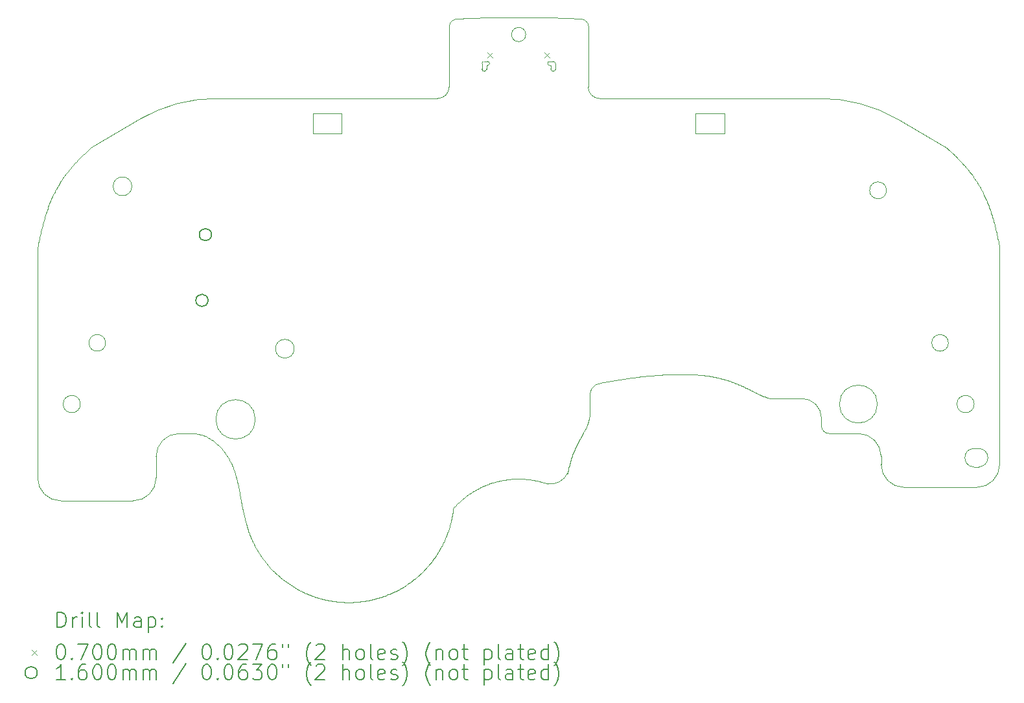
<source format=gbr>
%TF.GenerationSoftware,KiCad,Pcbnew,8.0.2*%
%TF.CreationDate,2024-06-18T23:34:20-07:00*%
%TF.ProjectId,UGC_Main,5547435f-4d61-4696-9e2e-6b696361645f,rev?*%
%TF.SameCoordinates,Original*%
%TF.FileFunction,Drillmap*%
%TF.FilePolarity,Positive*%
%FSLAX45Y45*%
G04 Gerber Fmt 4.5, Leading zero omitted, Abs format (unit mm)*
G04 Created by KiCad (PCBNEW 8.0.2) date 2024-06-18 23:34:20*
%MOMM*%
%LPD*%
G01*
G04 APERTURE LIST*
%ADD10C,0.100000*%
%ADD11C,0.010000*%
%ADD12C,0.200000*%
%ADD13C,0.160000*%
G04 APERTURE END LIST*
D10*
X21098524Y-8405855D02*
X21088302Y-8406441D01*
X21078113Y-8407038D01*
X21067954Y-8407645D01*
X21057826Y-8408262D01*
X21047726Y-8408890D01*
X21037655Y-8409529D01*
X21033635Y-8409788D01*
X22845042Y-13194165D02*
X22836143Y-13200574D01*
X22827754Y-13207601D01*
X22819906Y-13215214D01*
X22812631Y-13223383D01*
X22805959Y-13232075D01*
X22803874Y-13235083D01*
X28132187Y-14231648D02*
G75*
G02*
X27832187Y-14531647I-299997J-2D01*
G01*
X26884115Y-14531648D02*
G75*
G02*
X26584112Y-14231648I-5J299998D01*
G01*
X22486871Y-14347809D02*
G75*
G02*
X22225140Y-14484922I-225071J111269D01*
G01*
X20947567Y-8471615D02*
X20952276Y-8461721D01*
X20958025Y-8452422D01*
X20964759Y-8443801D01*
X20968907Y-8439335D01*
X20998554Y-8418610D02*
X21008069Y-8414842D01*
X21017900Y-8412071D01*
X21027968Y-8410316D01*
X21033635Y-8409788D01*
X21940866Y-8613913D02*
G75*
G02*
X21755866Y-8613913I-92500J0D01*
G01*
X21755866Y-8613913D02*
G75*
G02*
X21940866Y-8613913I92500J0D01*
G01*
X21848366Y-8388913D02*
X21859937Y-8388915D01*
X21871514Y-8388921D01*
X21883097Y-8388932D01*
X21894686Y-8388948D01*
X21906279Y-8388969D01*
X21917876Y-8388995D01*
X21929478Y-8389026D01*
X21941083Y-8389062D01*
X21952691Y-8389105D01*
X21964302Y-8389153D01*
X21975915Y-8389207D01*
X21987530Y-8389267D01*
X21999146Y-8389333D01*
X22010763Y-8389406D01*
X22022381Y-8389485D01*
X22033998Y-8389572D01*
X22045616Y-8389665D01*
X22057232Y-8389766D01*
X22068847Y-8389874D01*
X22080461Y-8389989D01*
X22092072Y-8390112D01*
X22103681Y-8390243D01*
X22115287Y-8390382D01*
X22126890Y-8390530D01*
X22138489Y-8390685D01*
X22150083Y-8390850D01*
X22161673Y-8391023D01*
X22173258Y-8391205D01*
X22184837Y-8391396D01*
X22196410Y-8391596D01*
X22207977Y-8391806D01*
X22219537Y-8392025D01*
X22756652Y-9299719D02*
X22756652Y-8509580D01*
X25794167Y-9449719D02*
X22906652Y-9449719D01*
X27769833Y-10447238D02*
X27777993Y-10458349D01*
X27785956Y-10469376D01*
X27793727Y-10480317D01*
X27801308Y-10491172D01*
X27808704Y-10501941D01*
X27815917Y-10512623D01*
X27822952Y-10523218D01*
X27829810Y-10533726D01*
X27836496Y-10544146D01*
X27843014Y-10554478D01*
X27849365Y-10564721D01*
X27855555Y-10574875D01*
X27861586Y-10584940D01*
X27867461Y-10594916D01*
X27873184Y-10604801D01*
X27878759Y-10614595D01*
X27884188Y-10624299D01*
X27889475Y-10633911D01*
X27894624Y-10643432D01*
X27899637Y-10652861D01*
X27904519Y-10662197D01*
X27909272Y-10671440D01*
X27913900Y-10680590D01*
X27918406Y-10689647D01*
X27927068Y-10707478D01*
X27935283Y-10724930D01*
X27943078Y-10741999D01*
X27950482Y-10758684D01*
X22803874Y-13235083D02*
X22797990Y-13244540D01*
X22792831Y-13254393D01*
X22788416Y-13264601D01*
X22784765Y-13275123D01*
X18117974Y-14270062D02*
X18111444Y-14255918D01*
X18105412Y-14242943D01*
X18099842Y-14231059D01*
X18094701Y-14220190D01*
X18089953Y-14210258D01*
X18085563Y-14201187D01*
X18079575Y-14189026D01*
X18074196Y-14178369D01*
X18069310Y-14168955D01*
X18063357Y-14157889D01*
X18057791Y-14147957D01*
X18053702Y-14140882D01*
X17757521Y-13862785D02*
X17745468Y-13858450D01*
X17734335Y-13854522D01*
X17723992Y-13850975D01*
X17714310Y-13847781D01*
X17700744Y-13843593D01*
X17687939Y-13840047D01*
X17675461Y-13837051D01*
X17662873Y-13834512D01*
X17649740Y-13832338D01*
X17635626Y-13830439D01*
X17625457Y-13829279D01*
X17614530Y-13828172D01*
X17602715Y-13827092D01*
X18269939Y-14927362D02*
X18272053Y-14937535D01*
X18274275Y-14947829D01*
X18276609Y-14958244D01*
X18279059Y-14968782D01*
X15864545Y-14706648D02*
X16812616Y-14706648D01*
X27798366Y-14263763D02*
G75*
G02*
X27798366Y-14023117I4J120323D01*
G01*
X22690430Y-13821595D02*
X22695724Y-13812956D01*
X22701072Y-13804352D01*
X22701790Y-13803207D01*
X21874684Y-14420600D02*
X21864110Y-14420403D01*
X21853540Y-14420305D01*
X21848662Y-14420294D01*
X27798366Y-14023117D02*
X27858366Y-14023117D01*
X27411957Y-10073169D02*
X26791686Y-9716238D01*
X20790080Y-9449719D02*
X17902564Y-9449719D01*
X18359247Y-15207265D02*
X18363829Y-15217528D01*
X18368493Y-15227752D01*
X18373240Y-15237937D01*
X18378069Y-15248082D01*
X18382980Y-15258188D01*
X18387973Y-15268253D01*
X18393047Y-15278278D01*
X18398203Y-15288262D01*
X18403440Y-15298204D01*
X18408758Y-15308104D01*
X18412348Y-15314681D01*
X20940080Y-9299719D02*
G75*
G02*
X20790080Y-9449720I-150000J-1D01*
G01*
X19158366Y-9903440D02*
X19158366Y-9643440D01*
X25164110Y-13370061D02*
X25546418Y-13370061D01*
X21435098Y-14496662D02*
X21422898Y-14501471D01*
X21410760Y-14506420D01*
X21398686Y-14511507D01*
X21386677Y-14516731D01*
X21374733Y-14522091D01*
X21362857Y-14527588D01*
X21351049Y-14533220D01*
X21339310Y-14538987D01*
X21327642Y-14544887D01*
X21316045Y-14550921D01*
X21304521Y-14557088D01*
X21293071Y-14563386D01*
X21281696Y-14569815D01*
X21270397Y-14576375D01*
X21259175Y-14583065D01*
X21248031Y-14589884D01*
X21236967Y-14596831D01*
X21225983Y-14603906D01*
X21215081Y-14611108D01*
X21204262Y-14618436D01*
X21193526Y-14625890D01*
X21182876Y-14633469D01*
X21172312Y-14641172D01*
X21161835Y-14648998D01*
X21151447Y-14656948D01*
X21141148Y-14665020D01*
X21130940Y-14673213D01*
X21120823Y-14681527D01*
X21110800Y-14689961D01*
X21100870Y-14698515D01*
X21091036Y-14707188D01*
X21081298Y-14715978D01*
X27858366Y-14263763D02*
X27798366Y-14263763D01*
X18219411Y-14694504D02*
X18216639Y-14678878D01*
X18214092Y-14664527D01*
X18211756Y-14651365D01*
X18209614Y-14639309D01*
X18207653Y-14628274D01*
X18205856Y-14618173D01*
X18203436Y-14604591D01*
X18201301Y-14592636D01*
X18199399Y-14582021D01*
X18197136Y-14569460D01*
X18195074Y-14558095D01*
X18193586Y-14549947D01*
X25794167Y-9449719D02*
G75*
G02*
X26791687Y-9716237I3J-2000001D01*
G01*
X21848662Y-14420294D02*
X21835412Y-14420312D01*
X21822169Y-14420485D01*
X21808936Y-14420813D01*
X21795713Y-14421296D01*
X21782503Y-14421933D01*
X21769305Y-14422725D01*
X21756121Y-14423670D01*
X21742954Y-14424769D01*
X21729803Y-14426022D01*
X21716671Y-14427427D01*
X21703559Y-14428986D01*
X21690468Y-14430697D01*
X21677399Y-14432561D01*
X21664353Y-14434578D01*
X21651333Y-14436746D01*
X21638339Y-14439067D01*
X21625373Y-14441539D01*
X21612436Y-14444162D01*
X21599529Y-14446937D01*
X21586654Y-14449862D01*
X21573811Y-14452939D01*
X21561003Y-14456166D01*
X21548231Y-14459543D01*
X21535495Y-14463070D01*
X21522798Y-14466747D01*
X21510140Y-14470573D01*
X21497523Y-14474549D01*
X21484949Y-14478674D01*
X21472417Y-14482948D01*
X21459931Y-14487371D01*
X21447491Y-14491942D01*
X21435098Y-14496662D01*
X23739972Y-13059629D02*
X23763020Y-13058337D01*
X23786100Y-13057155D01*
X23809207Y-13056088D01*
X23832332Y-13055142D01*
X23855469Y-13054322D01*
X23878611Y-13053633D01*
X23901750Y-13053082D01*
X23924879Y-13052672D01*
X23947992Y-13052411D01*
X23971081Y-13052302D01*
X23994138Y-13052352D01*
X24017158Y-13052566D01*
X24040132Y-13052950D01*
X24063054Y-13053508D01*
X24085916Y-13054247D01*
X24108712Y-13055171D01*
X24131433Y-13056286D01*
X24154074Y-13057598D01*
X24176627Y-13059112D01*
X24199085Y-13060833D01*
X24221440Y-13062766D01*
X24243686Y-13064918D01*
X24265816Y-13067294D01*
X24287821Y-13069898D01*
X24309696Y-13072737D01*
X24331434Y-13075816D01*
X24353026Y-13079140D01*
X24374465Y-13082714D01*
X24395746Y-13086545D01*
X24416860Y-13090637D01*
X24437801Y-13094997D01*
X24458561Y-13099628D01*
X19509600Y-16028754D02*
X19526216Y-16030050D01*
X19542837Y-16031144D01*
X19559462Y-16032037D01*
X19576088Y-16032728D01*
X19592714Y-16033218D01*
X19609337Y-16033508D01*
X19625957Y-16033596D01*
X19642571Y-16033485D01*
X19659177Y-16033173D01*
X19675774Y-16032660D01*
X19692360Y-16031948D01*
X19708933Y-16031037D01*
X19725491Y-16029926D01*
X19742032Y-16028615D01*
X19758556Y-16027106D01*
X19775059Y-16025397D01*
X19791541Y-16023490D01*
X19807998Y-16021384D01*
X19824430Y-16019080D01*
X19840835Y-16016578D01*
X19857211Y-16013878D01*
X19873556Y-16010981D01*
X19889868Y-16007886D01*
X19906146Y-16004593D01*
X19922388Y-16001104D01*
X19938591Y-15997417D01*
X19954755Y-15993534D01*
X19970877Y-15989455D01*
X19986955Y-15985179D01*
X20002989Y-15980707D01*
X20018975Y-15976039D01*
X20034912Y-15971175D01*
X21081298Y-14715978D02*
X21073796Y-14722892D01*
X21066360Y-14729870D01*
X21058990Y-14736912D01*
X21051686Y-14744018D01*
X21044450Y-14751187D01*
X21037281Y-14758418D01*
X21030180Y-14765711D01*
X21023146Y-14773066D01*
X22778204Y-13537548D02*
X22778031Y-13550691D01*
X22777513Y-13563815D01*
X22776651Y-13576913D01*
X22775447Y-13589979D01*
X22773900Y-13603006D01*
X22772012Y-13615987D01*
X22769784Y-13628916D01*
X22767217Y-13641785D01*
X22764312Y-13654589D01*
X22761069Y-13667320D01*
X22758721Y-13675763D01*
X17112616Y-14406648D02*
X17112616Y-14127092D01*
X22219537Y-8392025D02*
X22231398Y-8392261D01*
X22243258Y-8392507D01*
X22255117Y-8392764D01*
X22266976Y-8393031D01*
X22278834Y-8393311D01*
X22290690Y-8393601D01*
X22302546Y-8393903D01*
X22314400Y-8394217D01*
X22326253Y-8394543D01*
X22338104Y-8394882D01*
X22349954Y-8395233D01*
X22361801Y-8395596D01*
X22373647Y-8395973D01*
X22385491Y-8396362D01*
X22397333Y-8396765D01*
X22409173Y-8397182D01*
X22421010Y-8397612D01*
X22432845Y-8398056D01*
X22444677Y-8398514D01*
X22456506Y-8398987D01*
X22468333Y-8399474D01*
X22480157Y-8399976D01*
X22491978Y-8400493D01*
X22503795Y-8401025D01*
X22515609Y-8401573D01*
X22527420Y-8402136D01*
X22539228Y-8402715D01*
X22551031Y-8403310D01*
X22562831Y-8403921D01*
X22574627Y-8404549D01*
X22586419Y-8405193D01*
X22598207Y-8405855D01*
X22898663Y-13171939D02*
X22923786Y-13166937D01*
X22949000Y-13162009D01*
X22974303Y-13157157D01*
X22999694Y-13152382D01*
X23025170Y-13147688D01*
X23050731Y-13143076D01*
X23076375Y-13138549D01*
X23102100Y-13134109D01*
X23127905Y-13129758D01*
X23153788Y-13125499D01*
X23179748Y-13121334D01*
X23205784Y-13117265D01*
X23231893Y-13113295D01*
X23258074Y-13109426D01*
X23284327Y-13105659D01*
X23310648Y-13101999D01*
X23337038Y-13098445D01*
X23363493Y-13095002D01*
X23390013Y-13091671D01*
X23416597Y-13088455D01*
X23443242Y-13085355D01*
X23469947Y-13082375D01*
X23496711Y-13079516D01*
X23523532Y-13076781D01*
X23550408Y-13074172D01*
X23577339Y-13071691D01*
X23604322Y-13069341D01*
X23631356Y-13067123D01*
X23658440Y-13065041D01*
X23685571Y-13063096D01*
X23712749Y-13061291D01*
X23739972Y-13059629D01*
X16905045Y-9716238D02*
G75*
G02*
X17902564Y-9449720I997515J-1733472D01*
G01*
X25903918Y-13827092D02*
G75*
G02*
X25803918Y-13727092I2J100002D01*
G01*
X18407813Y-13642561D02*
G75*
G02*
X17892813Y-13642561I-257500J0D01*
G01*
X17892813Y-13642561D02*
G75*
G02*
X18407813Y-13642561I257500J0D01*
G01*
X17412616Y-13827092D02*
X17602715Y-13827092D01*
X18053702Y-14140882D02*
X18044899Y-14128103D01*
X18036782Y-14116391D01*
X18029303Y-14105676D01*
X18022415Y-14095889D01*
X18016071Y-14086960D01*
X18010224Y-14078819D01*
X18002282Y-14067932D01*
X17995194Y-14058427D01*
X17988799Y-14050068D01*
X17981078Y-14040300D01*
X17973930Y-14031593D01*
X17968719Y-14025425D01*
X22225140Y-14484921D02*
X22214573Y-14481244D01*
X22203973Y-14477673D01*
X22193341Y-14474208D01*
X22182678Y-14470849D01*
X22171985Y-14467597D01*
X22161262Y-14464451D01*
X22150510Y-14461412D01*
X22139730Y-14458479D01*
X22128923Y-14455654D01*
X22118089Y-14452935D01*
X22107230Y-14450324D01*
X22096346Y-14447821D01*
X22085438Y-14445425D01*
X22074507Y-14443138D01*
X22063553Y-14440958D01*
X22052578Y-14438886D01*
X22041582Y-14436923D01*
X22030566Y-14435069D01*
X22019530Y-14433323D01*
X22008477Y-14431686D01*
X21997405Y-14430158D01*
X21986317Y-14428739D01*
X21975213Y-14427430D01*
X21964093Y-14426230D01*
X21952959Y-14425141D01*
X21941812Y-14424161D01*
X21930651Y-14423291D01*
X21919479Y-14422531D01*
X21908295Y-14421882D01*
X21897101Y-14421344D01*
X21885897Y-14420916D01*
X21874684Y-14420600D01*
X22486871Y-14347809D02*
X22490396Y-14330438D01*
X22494109Y-14313106D01*
X22498009Y-14295815D01*
X22502095Y-14278567D01*
X22506368Y-14261365D01*
X22510826Y-14244209D01*
X22515470Y-14227104D01*
X22520298Y-14210050D01*
X22525310Y-14193049D01*
X22530506Y-14176104D01*
X22535886Y-14159217D01*
X22541449Y-14142389D01*
X22547194Y-14125624D01*
X22553121Y-14108922D01*
X22559230Y-14092287D01*
X22565520Y-14075719D01*
X22571990Y-14059222D01*
X22578641Y-14042797D01*
X22585472Y-14026446D01*
X22592482Y-14010172D01*
X22599671Y-13993976D01*
X22607039Y-13977861D01*
X22614584Y-13961828D01*
X22622307Y-13945880D01*
X22630207Y-13930019D01*
X22638284Y-13914247D01*
X22646537Y-13898565D01*
X22654966Y-13882977D01*
X22663570Y-13867483D01*
X22672349Y-13852087D01*
X22681303Y-13836790D01*
X22690430Y-13821595D01*
X17112616Y-14127092D02*
G75*
G02*
X17412616Y-13827096I299994J2D01*
G01*
X22598207Y-8405855D02*
X22608429Y-8406441D01*
X22618619Y-8407038D01*
X22628777Y-8407645D01*
X22638906Y-8408262D01*
X22649005Y-8408890D01*
X22659076Y-8409529D01*
X22663097Y-8409788D01*
X15564545Y-11397080D02*
X15564545Y-14406648D01*
X24897780Y-13271849D02*
X24908160Y-13277132D01*
X24918405Y-13282320D01*
X24928516Y-13287407D01*
X24938493Y-13292390D01*
X24948335Y-13297263D01*
X24958044Y-13302022D01*
X24967619Y-13306661D01*
X24977061Y-13311177D01*
X24986369Y-13315564D01*
X24995545Y-13319817D01*
X25013497Y-13327905D01*
X25030919Y-13335403D01*
X25047813Y-13342273D01*
X25064179Y-13348476D01*
X25080020Y-13353975D01*
X25095336Y-13358732D01*
X25110130Y-13362710D01*
X25124403Y-13365869D01*
X25138156Y-13368173D01*
X25151391Y-13369583D01*
X25164110Y-13370061D01*
X15564545Y-11397080D02*
X15570092Y-11369428D01*
X15575662Y-11342160D01*
X15581263Y-11315269D01*
X15586902Y-11288748D01*
X15592586Y-11262589D01*
X15598323Y-11236786D01*
X15604120Y-11211331D01*
X15609984Y-11186216D01*
X15615922Y-11161435D01*
X15621942Y-11136980D01*
X15628051Y-11112845D01*
X15634256Y-11089021D01*
X15640565Y-11065502D01*
X15646985Y-11042280D01*
X15653523Y-11019349D01*
X15660186Y-10996700D01*
X15666982Y-10974327D01*
X15673918Y-10952222D01*
X15681002Y-10930379D01*
X15688240Y-10908790D01*
X15695640Y-10887447D01*
X15703209Y-10866344D01*
X15710955Y-10845473D01*
X15718884Y-10824827D01*
X15727004Y-10804399D01*
X15735323Y-10784181D01*
X15743848Y-10764167D01*
X15752585Y-10744348D01*
X15761542Y-10724719D01*
X15770727Y-10705271D01*
X15780147Y-10685998D01*
X15789809Y-10666892D01*
X20990026Y-14842116D02*
X20991388Y-14832153D01*
X20992751Y-14822189D01*
X20994113Y-14812225D01*
X20995476Y-14802262D01*
X22898663Y-13171939D02*
X22887997Y-13174490D01*
X22877568Y-13177806D01*
X22867417Y-13181870D01*
X22857586Y-13186664D01*
X22848113Y-13192173D01*
X22845042Y-13194165D01*
X16451966Y-12643440D02*
G75*
G02*
X16234765Y-12643440I-108600J0D01*
G01*
X16234765Y-12643440D02*
G75*
G02*
X16451966Y-12643440I108600J0D01*
G01*
X17867504Y-13930354D02*
X17855728Y-13922476D01*
X17844902Y-13915288D01*
X17834963Y-13908746D01*
X17825847Y-13902808D01*
X17813577Y-13894937D01*
X17802803Y-13888180D01*
X17793308Y-13882388D01*
X17782268Y-13875915D01*
X17772614Y-13870551D01*
X17761718Y-13864875D01*
X17757521Y-13862785D01*
X22758721Y-13675763D02*
X22754921Y-13688346D01*
X22750796Y-13700816D01*
X22746347Y-13713165D01*
X22741578Y-13725389D01*
X22736490Y-13737481D01*
X22731087Y-13749435D01*
X22725372Y-13761244D01*
X22719348Y-13772902D01*
X22713016Y-13784403D01*
X22706381Y-13795742D01*
X22701790Y-13803207D01*
X20510027Y-15711577D02*
X20522986Y-15700573D01*
X20535801Y-15689416D01*
X20548471Y-15678108D01*
X20560994Y-15666651D01*
X20573370Y-15655045D01*
X20585597Y-15643293D01*
X20597674Y-15631395D01*
X20609600Y-15619354D01*
X20621373Y-15607171D01*
X20632993Y-15594848D01*
X20644458Y-15582385D01*
X20655767Y-15569785D01*
X20666918Y-15557048D01*
X20677911Y-15544178D01*
X20688745Y-15531174D01*
X20699417Y-15518039D01*
X20709928Y-15504773D01*
X20720275Y-15491379D01*
X20730458Y-15477859D01*
X20740475Y-15464212D01*
X20750325Y-15450442D01*
X20760007Y-15436549D01*
X20769520Y-15422535D01*
X20778862Y-15408402D01*
X20788032Y-15394151D01*
X20797030Y-15379784D01*
X20805853Y-15365301D01*
X20814502Y-15350705D01*
X20822973Y-15335997D01*
X20831267Y-15321179D01*
X20839382Y-15306252D01*
X20847317Y-15291217D01*
X27411957Y-10073169D02*
X27424224Y-10083546D01*
X27436451Y-10094017D01*
X27448636Y-10104578D01*
X27460775Y-10115231D01*
X27472866Y-10125973D01*
X27484905Y-10136804D01*
X27496889Y-10147724D01*
X27508815Y-10158732D01*
X27520681Y-10169827D01*
X27532482Y-10181008D01*
X27544217Y-10192274D01*
X27555882Y-10203625D01*
X27567474Y-10215059D01*
X27578990Y-10226577D01*
X27590427Y-10238177D01*
X27601782Y-10249859D01*
X27613052Y-10261621D01*
X27624233Y-10273464D01*
X27635324Y-10285386D01*
X27646321Y-10297386D01*
X27657220Y-10309464D01*
X27668019Y-10321619D01*
X27678715Y-10333851D01*
X27689305Y-10346158D01*
X27699785Y-10358539D01*
X27710153Y-10370995D01*
X27720406Y-10383523D01*
X27730540Y-10396124D01*
X27740553Y-10408797D01*
X27750442Y-10421541D01*
X27760203Y-10434355D01*
X27769833Y-10447238D01*
X19020879Y-15894144D02*
X19035277Y-15901058D01*
X19049747Y-15907802D01*
X19064286Y-15914375D01*
X19078895Y-15920777D01*
X19093570Y-15927008D01*
X19108311Y-15933066D01*
X19123115Y-15938952D01*
X19137982Y-15944665D01*
X19152910Y-15950205D01*
X19167898Y-15955571D01*
X19182943Y-15960762D01*
X19198045Y-15965779D01*
X19213202Y-15970621D01*
X19228412Y-15975287D01*
X19243674Y-15979777D01*
X19258986Y-15984091D01*
X19274347Y-15988228D01*
X19289755Y-15992187D01*
X19305210Y-15995969D01*
X19320708Y-15999572D01*
X19336250Y-16002997D01*
X19351833Y-16006243D01*
X19367455Y-16009309D01*
X19383116Y-16012196D01*
X19398814Y-16014902D01*
X19414547Y-16017427D01*
X19430313Y-16019770D01*
X19446112Y-16021932D01*
X19461942Y-16023912D01*
X19477800Y-16025710D01*
X19493687Y-16027324D01*
X19509600Y-16028754D01*
X16795206Y-10597780D02*
G75*
G02*
X16550206Y-10597780I-122500J0D01*
G01*
X16550206Y-10597780D02*
G75*
G02*
X16795206Y-10597780I122500J0D01*
G01*
X18248300Y-14839945D02*
X18245057Y-14824242D01*
X18242089Y-14809818D01*
X18239379Y-14796589D01*
X18236908Y-14784469D01*
X18234659Y-14773373D01*
X18232613Y-14763215D01*
X18229888Y-14749552D01*
X18227519Y-14737521D01*
X18225448Y-14726835D01*
X18223042Y-14714180D01*
X18220913Y-14702722D01*
X18219411Y-14694504D01*
X24458561Y-13099628D02*
X24474564Y-13103430D01*
X24490430Y-13107411D01*
X24506157Y-13111565D01*
X24521744Y-13115882D01*
X24537191Y-13120357D01*
X24552496Y-13124979D01*
X24567659Y-13129743D01*
X24582678Y-13134640D01*
X24597553Y-13139662D01*
X24612283Y-13144802D01*
X24626867Y-13150051D01*
X24641304Y-13155403D01*
X24655593Y-13160848D01*
X24669733Y-13166380D01*
X24683724Y-13171991D01*
X24697564Y-13177672D01*
X24711252Y-13183417D01*
X24724788Y-13189216D01*
X24738171Y-13195063D01*
X24751399Y-13200950D01*
X24764472Y-13206869D01*
X24777390Y-13212811D01*
X24790150Y-13218770D01*
X24802752Y-13224738D01*
X24815196Y-13230706D01*
X24827480Y-13236667D01*
X24839604Y-13242613D01*
X24851565Y-13248537D01*
X24863365Y-13254430D01*
X24875001Y-13260285D01*
X24886473Y-13266094D01*
X24897780Y-13271849D01*
X18279059Y-14968782D02*
X18282765Y-14984053D01*
X18286648Y-14999282D01*
X18290707Y-15014467D01*
X18294941Y-15029607D01*
X18299349Y-15044700D01*
X18303932Y-15059746D01*
X18308689Y-15074742D01*
X18313620Y-15089687D01*
X18318723Y-15104581D01*
X18323998Y-15119421D01*
X18329446Y-15134207D01*
X18335065Y-15148936D01*
X18340855Y-15163608D01*
X18346816Y-15178221D01*
X18352947Y-15192774D01*
X18359247Y-15207265D01*
X24158366Y-9903440D02*
X24158366Y-9643440D01*
X20859124Y-15267973D02*
X20865185Y-15255600D01*
X20871120Y-15243172D01*
X20876929Y-15230690D01*
X20882611Y-15218155D01*
X20888166Y-15205567D01*
X20893593Y-15192928D01*
X20898893Y-15180238D01*
X20904065Y-15167500D01*
X20909108Y-15154712D01*
X20914023Y-15141878D01*
X20918809Y-15128996D01*
X20923466Y-15116070D01*
X20927993Y-15103099D01*
X20932390Y-15090084D01*
X20936658Y-15077027D01*
X20940794Y-15063928D01*
X20944800Y-15050788D01*
X20948676Y-15037610D01*
X20952419Y-15024392D01*
X20956031Y-15011137D01*
X20959511Y-14997845D01*
X20962859Y-14984517D01*
X20966075Y-14971155D01*
X20969157Y-14957759D01*
X20972106Y-14944330D01*
X20974922Y-14930870D01*
X20977604Y-14917378D01*
X20980152Y-14903857D01*
X20982565Y-14890307D01*
X20984844Y-14876730D01*
X20986988Y-14863125D01*
X20988997Y-14849494D01*
X25803918Y-13627561D02*
X25803918Y-13727092D01*
X27799073Y-13442726D02*
G75*
G02*
X27574073Y-13442726I-112500J0D01*
G01*
X27574073Y-13442726D02*
G75*
G02*
X27799073Y-13442726I112500J0D01*
G01*
X26584115Y-14127092D02*
X26584115Y-14231648D01*
X25903918Y-13827092D02*
X26284115Y-13827092D01*
X26884115Y-14531648D02*
X27832187Y-14531648D01*
X18412348Y-15314681D02*
X18417908Y-15324684D01*
X18423551Y-15334643D01*
X18429277Y-15344556D01*
X18435085Y-15354424D01*
X18440975Y-15364246D01*
X18446947Y-15374021D01*
X18453000Y-15383749D01*
X18459135Y-15393429D01*
X18465352Y-15403062D01*
X18471649Y-15412646D01*
X18478028Y-15422180D01*
X18484486Y-15431666D01*
X18491026Y-15441101D01*
X18497645Y-15450485D01*
X18504345Y-15459818D01*
X18511124Y-15469100D01*
X18517983Y-15478330D01*
X18524921Y-15487507D01*
X18531938Y-15496630D01*
X18539034Y-15505701D01*
X18546209Y-15514717D01*
X18553462Y-15523678D01*
X18560794Y-15532585D01*
X18568203Y-15541435D01*
X18575691Y-15550230D01*
X18583256Y-15558968D01*
X18590898Y-15567649D01*
X18598618Y-15576272D01*
X18606415Y-15584837D01*
X18614288Y-15593344D01*
X18622238Y-15601791D01*
X18630264Y-15610179D01*
X16122659Y-13442726D02*
G75*
G02*
X15897659Y-13442726I-112500J0D01*
G01*
X15897659Y-13442726D02*
G75*
G02*
X16122659Y-13442726I112500J0D01*
G01*
X18162574Y-14407659D02*
X18158089Y-14392692D01*
X18153943Y-14378953D01*
X18150111Y-14366362D01*
X18146569Y-14354836D01*
X18143294Y-14344296D01*
X18140261Y-14334658D01*
X18136114Y-14321717D01*
X18132377Y-14310351D01*
X18128969Y-14300285D01*
X18124796Y-14288411D01*
X18120871Y-14277710D01*
X18117974Y-14270062D01*
X18916526Y-12719100D02*
G75*
G02*
X18671526Y-12719100I-122500J0D01*
G01*
X18671526Y-12719100D02*
G75*
G02*
X18916526Y-12719100I122500J0D01*
G01*
X20940080Y-8509580D02*
X20940080Y-9299719D01*
X21023146Y-14773066D02*
X21016229Y-14780365D01*
X21009311Y-14787664D01*
X21002393Y-14794963D01*
X20995476Y-14802262D01*
X27950482Y-10758684D02*
X27957443Y-10774807D01*
X27964276Y-10791069D01*
X27970984Y-10807479D01*
X27977574Y-10824048D01*
X27984048Y-10840788D01*
X27990412Y-10857709D01*
X27996670Y-10874823D01*
X28002828Y-10892139D01*
X28008888Y-10909670D01*
X28014857Y-10927425D01*
X28020739Y-10945416D01*
X28026537Y-10963655D01*
X28032258Y-10982151D01*
X28037904Y-11000915D01*
X28043482Y-11019960D01*
X28048995Y-11039294D01*
X28054449Y-11058931D01*
X28059847Y-11078879D01*
X28065195Y-11099151D01*
X28070496Y-11119757D01*
X28075756Y-11140709D01*
X28080979Y-11162016D01*
X28086170Y-11183691D01*
X28091332Y-11205743D01*
X28096472Y-11228185D01*
X28101593Y-11251026D01*
X28106700Y-11274277D01*
X28111798Y-11297951D01*
X28116891Y-11322057D01*
X28121984Y-11346607D01*
X28127081Y-11371611D01*
X28132187Y-11397080D01*
X24538366Y-9643440D02*
X24538366Y-9903440D01*
X28132187Y-14231648D02*
X28132187Y-11397080D01*
X22906652Y-9449719D02*
G75*
G02*
X22756651Y-9299719I-2J149999D01*
G01*
X25546418Y-13370061D02*
G75*
G02*
X25803918Y-13627561I2J-257499D01*
G01*
X20940080Y-8509580D02*
X20940680Y-8498639D01*
X20942468Y-8487854D01*
X20945426Y-8477321D01*
X20947567Y-8471615D01*
X15789809Y-10666892D02*
X15795602Y-10655742D01*
X15801848Y-10643968D01*
X15808564Y-10631585D01*
X15815768Y-10618608D01*
X15823477Y-10605051D01*
X15831707Y-10590928D01*
X15840476Y-10576255D01*
X15849800Y-10561046D01*
X15859698Y-10545315D01*
X15870185Y-10529077D01*
X15881280Y-10512347D01*
X15892999Y-10495139D01*
X15905359Y-10477469D01*
X15918377Y-10459350D01*
X15932071Y-10440797D01*
X15946457Y-10421824D01*
X15961553Y-10402447D01*
X15977376Y-10382680D01*
X15993943Y-10362538D01*
X16011270Y-10342035D01*
X16029376Y-10321185D01*
X16048276Y-10300004D01*
X16067989Y-10278506D01*
X16088532Y-10256706D01*
X16109920Y-10234618D01*
X16132172Y-10212256D01*
X16155305Y-10189636D01*
X16179335Y-10166772D01*
X16204280Y-10143679D01*
X16230157Y-10120371D01*
X16256983Y-10096862D01*
X16284775Y-10073169D01*
X16905045Y-9716238D02*
X16284775Y-10073169D01*
X19538366Y-9643440D02*
X19538366Y-9903440D01*
X22750109Y-8474004D02*
X22753256Y-8483742D01*
X22755388Y-8493731D01*
X22756490Y-8503891D01*
X22756652Y-8509580D01*
X17112616Y-14406648D02*
G75*
G02*
X16812616Y-14706646I-299996J-2D01*
G01*
X19538366Y-9903440D02*
X19158366Y-9903440D01*
X18269939Y-14927362D02*
X18267068Y-14916432D01*
X18264245Y-14905503D01*
X18261469Y-14894575D01*
X18258740Y-14883647D01*
X18256059Y-14872721D01*
X18253426Y-14861795D01*
X18250839Y-14850870D01*
X18248300Y-14839945D01*
X22778204Y-13537548D02*
X22778204Y-13319001D01*
X24158366Y-9643440D02*
X24538366Y-9643440D01*
X22731338Y-8443082D02*
X22737743Y-8451064D01*
X22743289Y-8459641D01*
X22747934Y-8468744D01*
X22750109Y-8474004D01*
X24538366Y-9903440D02*
X24158366Y-9903440D01*
X22700500Y-8419706D02*
X22710070Y-8425043D01*
X22718979Y-8431380D01*
X22727148Y-8438656D01*
X22731338Y-8443082D01*
X15864545Y-14706648D02*
G75*
G02*
X15564542Y-14406648I5J300008D01*
G01*
X20988997Y-14849494D02*
X20990026Y-14842116D01*
X21848366Y-8388913D02*
X21836794Y-8388915D01*
X21825217Y-8388921D01*
X21813634Y-8388932D01*
X21802046Y-8388948D01*
X21790453Y-8388969D01*
X21778855Y-8388995D01*
X21767254Y-8389026D01*
X21755649Y-8389062D01*
X21744040Y-8389105D01*
X21732430Y-8389153D01*
X21720817Y-8389207D01*
X21709202Y-8389267D01*
X21697586Y-8389333D01*
X21685968Y-8389406D01*
X21674351Y-8389485D01*
X21662733Y-8389572D01*
X21651116Y-8389665D01*
X21639499Y-8389766D01*
X21627884Y-8389874D01*
X21616270Y-8389989D01*
X21604659Y-8390112D01*
X21593050Y-8390243D01*
X21581444Y-8390382D01*
X21569841Y-8390530D01*
X21558243Y-8390685D01*
X21546648Y-8390850D01*
X21535058Y-8391023D01*
X21523473Y-8391205D01*
X21511894Y-8391396D01*
X21500321Y-8391596D01*
X21488754Y-8391806D01*
X21477195Y-8392025D01*
X26534073Y-13442726D02*
G75*
G02*
X26039073Y-13442726I-247500J0D01*
G01*
X26039073Y-13442726D02*
G75*
G02*
X26534073Y-13442726I247500J0D01*
G01*
X26653366Y-10649440D02*
G75*
G02*
X26433366Y-10649440I-110000J0D01*
G01*
X26433366Y-10649440D02*
G75*
G02*
X26653366Y-10649440I110000J0D01*
G01*
X18193586Y-14549947D02*
X18190421Y-14534531D01*
X18187499Y-14520375D01*
X18184804Y-14507397D01*
X18182318Y-14495511D01*
X18180024Y-14484634D01*
X18177906Y-14474684D01*
X18175019Y-14461310D01*
X18172429Y-14449547D01*
X18170078Y-14439114D01*
X18167217Y-14426781D01*
X18164541Y-14415638D01*
X18162574Y-14407659D01*
X18630264Y-15610179D02*
X18640879Y-15621060D01*
X18651607Y-15631820D01*
X18662448Y-15642458D01*
X18673400Y-15652974D01*
X18684462Y-15663366D01*
X18695633Y-15673633D01*
X18706913Y-15683775D01*
X18718299Y-15693791D01*
X18729792Y-15703680D01*
X18741389Y-15713441D01*
X18753091Y-15723074D01*
X18764895Y-15732577D01*
X18776800Y-15741949D01*
X18788807Y-15751191D01*
X18800912Y-15760300D01*
X18813116Y-15769277D01*
X18825418Y-15778120D01*
X18837815Y-15786828D01*
X18850308Y-15795401D01*
X18862895Y-15803838D01*
X18875574Y-15812137D01*
X18888346Y-15820299D01*
X18901209Y-15828322D01*
X18914161Y-15836205D01*
X18927202Y-15843948D01*
X18940330Y-15851549D01*
X18953545Y-15859009D01*
X18966845Y-15866325D01*
X18980230Y-15873498D01*
X18993698Y-15880526D01*
X19007248Y-15887408D01*
X19020879Y-15894144D01*
X21477195Y-8392025D02*
X21465334Y-8392261D01*
X21453474Y-8392507D01*
X21441614Y-8392764D01*
X21429755Y-8393031D01*
X21417898Y-8393311D01*
X21406041Y-8393601D01*
X21394186Y-8393903D01*
X21382331Y-8394217D01*
X21370479Y-8394543D01*
X21358627Y-8394882D01*
X21346778Y-8395233D01*
X21334930Y-8395596D01*
X21323084Y-8395973D01*
X21311240Y-8396362D01*
X21299398Y-8396765D01*
X21287559Y-8397182D01*
X21275721Y-8397612D01*
X21263887Y-8398056D01*
X21252054Y-8398514D01*
X21240225Y-8398987D01*
X21228398Y-8399474D01*
X21216574Y-8399976D01*
X21204754Y-8400493D01*
X21192936Y-8401025D01*
X21181122Y-8401573D01*
X21169311Y-8402136D01*
X21157504Y-8402715D01*
X21145700Y-8403310D01*
X21133900Y-8403921D01*
X21122104Y-8404549D01*
X21110312Y-8405193D01*
X21098524Y-8405855D01*
X20034912Y-15971175D02*
X20051188Y-15965989D01*
X20067388Y-15960606D01*
X20083512Y-15955024D01*
X20099557Y-15949247D01*
X20115522Y-15943274D01*
X20131405Y-15937106D01*
X20147204Y-15930745D01*
X20162919Y-15924192D01*
X20178546Y-15917446D01*
X20194085Y-15910510D01*
X20209533Y-15903385D01*
X20224889Y-15896070D01*
X20240151Y-15888567D01*
X20255318Y-15880878D01*
X20270387Y-15873002D01*
X20285358Y-15864942D01*
X20300227Y-15856697D01*
X20314995Y-15848269D01*
X20329658Y-15839659D01*
X20344215Y-15830868D01*
X20358665Y-15821897D01*
X20373006Y-15812746D01*
X20387235Y-15803416D01*
X20401352Y-15793909D01*
X20415355Y-15784226D01*
X20429242Y-15774367D01*
X20443010Y-15764333D01*
X20456660Y-15754125D01*
X20470187Y-15743745D01*
X20483593Y-15733193D01*
X20496873Y-15722470D01*
X20510027Y-15711577D01*
X17968719Y-14025425D02*
X17958040Y-14014711D01*
X17948209Y-14004907D01*
X17939170Y-13995955D01*
X17930864Y-13987795D01*
X17923234Y-13980369D01*
X17912931Y-13970479D01*
X17903826Y-13961910D01*
X17895726Y-13954464D01*
X17886153Y-13945942D01*
X17877562Y-13938597D01*
X17869493Y-13931958D01*
X17867504Y-13930354D01*
X19158366Y-9643440D02*
X19538366Y-9643440D01*
X20847317Y-15291217D02*
X20852167Y-15281799D01*
X20856944Y-15272347D01*
X20859124Y-15267973D01*
X20968907Y-8439335D02*
X20976459Y-8432428D01*
X20984661Y-8426341D01*
X20993446Y-8421120D01*
X20998554Y-8418610D01*
X22663097Y-8409788D02*
X22673976Y-8411092D01*
X22684624Y-8413572D01*
X22694944Y-8417202D01*
X22700500Y-8419706D01*
X27858366Y-14023117D02*
G75*
G02*
X27858366Y-14263763I4J-120323D01*
G01*
X26284115Y-13827092D02*
G75*
G02*
X26584118Y-14127092I5J-299998D01*
G01*
X27461966Y-12643440D02*
G75*
G02*
X27244765Y-12643440I-108600J0D01*
G01*
X27244765Y-12643440D02*
G75*
G02*
X27461966Y-12643440I108600J0D01*
G01*
X22784765Y-13275123D02*
X22781904Y-13285887D01*
X22779853Y-13296818D01*
X22778617Y-13307872D01*
X22778204Y-13319001D01*
D11*
X21368364Y-9065440D02*
X21368364Y-8990440D01*
X21398364Y-8965440D02*
X21443364Y-8965440D01*
X21428364Y-9015440D02*
X21428364Y-9065440D01*
X21443364Y-9015440D02*
X21428364Y-9015440D01*
X22253364Y-8965440D02*
X22298364Y-8965440D01*
X22268364Y-9015440D02*
X22253364Y-9015440D01*
X22268364Y-9065440D02*
X22268364Y-9015440D01*
X22328364Y-8990440D02*
X22328364Y-9065440D01*
X21368364Y-8990440D02*
G75*
G02*
X21398364Y-8965440I27500J-2500D01*
G01*
X21428364Y-9065440D02*
G75*
G02*
X21368364Y-9065440I-30000J0D01*
G01*
X21443364Y-8965440D02*
G75*
G02*
X21443364Y-9015440I0J-25000D01*
G01*
X22253364Y-9015440D02*
G75*
G02*
X22253364Y-8965440I0J25000D01*
G01*
X22298364Y-8965440D02*
G75*
G02*
X22328364Y-8990440I2500J-27500D01*
G01*
X22328364Y-9065440D02*
G75*
G02*
X22268364Y-9065440I-30000J0D01*
G01*
D12*
D10*
X21440864Y-8845440D02*
X21510864Y-8915440D01*
X21510864Y-8845440D02*
X21440864Y-8915440D01*
X22185864Y-8845440D02*
X22255864Y-8915440D01*
X22255864Y-8845440D02*
X22185864Y-8915440D01*
D13*
X17790862Y-12087851D02*
G75*
G02*
X17630862Y-12087851I-80000J0D01*
G01*
X17630862Y-12087851D02*
G75*
G02*
X17790862Y-12087851I80000J0D01*
G01*
X17835871Y-11229029D02*
G75*
G02*
X17675871Y-11229029I-80000J0D01*
G01*
X17675871Y-11229029D02*
G75*
G02*
X17835871Y-11229029I80000J0D01*
G01*
D12*
X15820321Y-16360136D02*
X15820321Y-16160136D01*
X15820321Y-16160136D02*
X15867940Y-16160136D01*
X15867940Y-16160136D02*
X15896512Y-16169660D01*
X15896512Y-16169660D02*
X15915560Y-16188707D01*
X15915560Y-16188707D02*
X15925083Y-16207755D01*
X15925083Y-16207755D02*
X15934607Y-16245850D01*
X15934607Y-16245850D02*
X15934607Y-16274421D01*
X15934607Y-16274421D02*
X15925083Y-16312517D01*
X15925083Y-16312517D02*
X15915560Y-16331564D01*
X15915560Y-16331564D02*
X15896512Y-16350612D01*
X15896512Y-16350612D02*
X15867940Y-16360136D01*
X15867940Y-16360136D02*
X15820321Y-16360136D01*
X16020321Y-16360136D02*
X16020321Y-16226802D01*
X16020321Y-16264898D02*
X16029845Y-16245850D01*
X16029845Y-16245850D02*
X16039369Y-16236326D01*
X16039369Y-16236326D02*
X16058417Y-16226802D01*
X16058417Y-16226802D02*
X16077464Y-16226802D01*
X16144131Y-16360136D02*
X16144131Y-16226802D01*
X16144131Y-16160136D02*
X16134607Y-16169660D01*
X16134607Y-16169660D02*
X16144131Y-16179183D01*
X16144131Y-16179183D02*
X16153655Y-16169660D01*
X16153655Y-16169660D02*
X16144131Y-16160136D01*
X16144131Y-16160136D02*
X16144131Y-16179183D01*
X16267940Y-16360136D02*
X16248893Y-16350612D01*
X16248893Y-16350612D02*
X16239369Y-16331564D01*
X16239369Y-16331564D02*
X16239369Y-16160136D01*
X16372702Y-16360136D02*
X16353655Y-16350612D01*
X16353655Y-16350612D02*
X16344131Y-16331564D01*
X16344131Y-16331564D02*
X16344131Y-16160136D01*
X16601274Y-16360136D02*
X16601274Y-16160136D01*
X16601274Y-16160136D02*
X16667941Y-16302993D01*
X16667941Y-16302993D02*
X16734607Y-16160136D01*
X16734607Y-16160136D02*
X16734607Y-16360136D01*
X16915560Y-16360136D02*
X16915560Y-16255374D01*
X16915560Y-16255374D02*
X16906036Y-16236326D01*
X16906036Y-16236326D02*
X16886988Y-16226802D01*
X16886988Y-16226802D02*
X16848893Y-16226802D01*
X16848893Y-16226802D02*
X16829845Y-16236326D01*
X16915560Y-16350612D02*
X16896512Y-16360136D01*
X16896512Y-16360136D02*
X16848893Y-16360136D01*
X16848893Y-16360136D02*
X16829845Y-16350612D01*
X16829845Y-16350612D02*
X16820322Y-16331564D01*
X16820322Y-16331564D02*
X16820322Y-16312517D01*
X16820322Y-16312517D02*
X16829845Y-16293469D01*
X16829845Y-16293469D02*
X16848893Y-16283945D01*
X16848893Y-16283945D02*
X16896512Y-16283945D01*
X16896512Y-16283945D02*
X16915560Y-16274421D01*
X17010798Y-16226802D02*
X17010798Y-16426802D01*
X17010798Y-16236326D02*
X17029845Y-16226802D01*
X17029845Y-16226802D02*
X17067941Y-16226802D01*
X17067941Y-16226802D02*
X17086988Y-16236326D01*
X17086988Y-16236326D02*
X17096512Y-16245850D01*
X17096512Y-16245850D02*
X17106036Y-16264898D01*
X17106036Y-16264898D02*
X17106036Y-16322040D01*
X17106036Y-16322040D02*
X17096512Y-16341088D01*
X17096512Y-16341088D02*
X17086988Y-16350612D01*
X17086988Y-16350612D02*
X17067941Y-16360136D01*
X17067941Y-16360136D02*
X17029845Y-16360136D01*
X17029845Y-16360136D02*
X17010798Y-16350612D01*
X17191750Y-16341088D02*
X17201274Y-16350612D01*
X17201274Y-16350612D02*
X17191750Y-16360136D01*
X17191750Y-16360136D02*
X17182226Y-16350612D01*
X17182226Y-16350612D02*
X17191750Y-16341088D01*
X17191750Y-16341088D02*
X17191750Y-16360136D01*
X17191750Y-16236326D02*
X17201274Y-16245850D01*
X17201274Y-16245850D02*
X17191750Y-16255374D01*
X17191750Y-16255374D02*
X17182226Y-16245850D01*
X17182226Y-16245850D02*
X17191750Y-16236326D01*
X17191750Y-16236326D02*
X17191750Y-16255374D01*
D10*
X15489545Y-16653652D02*
X15559545Y-16723652D01*
X15559545Y-16653652D02*
X15489545Y-16723652D01*
D12*
X15858417Y-16580136D02*
X15877464Y-16580136D01*
X15877464Y-16580136D02*
X15896512Y-16589660D01*
X15896512Y-16589660D02*
X15906036Y-16599183D01*
X15906036Y-16599183D02*
X15915560Y-16618231D01*
X15915560Y-16618231D02*
X15925083Y-16656326D01*
X15925083Y-16656326D02*
X15925083Y-16703945D01*
X15925083Y-16703945D02*
X15915560Y-16742040D01*
X15915560Y-16742040D02*
X15906036Y-16761088D01*
X15906036Y-16761088D02*
X15896512Y-16770612D01*
X15896512Y-16770612D02*
X15877464Y-16780136D01*
X15877464Y-16780136D02*
X15858417Y-16780136D01*
X15858417Y-16780136D02*
X15839369Y-16770612D01*
X15839369Y-16770612D02*
X15829845Y-16761088D01*
X15829845Y-16761088D02*
X15820321Y-16742040D01*
X15820321Y-16742040D02*
X15810798Y-16703945D01*
X15810798Y-16703945D02*
X15810798Y-16656326D01*
X15810798Y-16656326D02*
X15820321Y-16618231D01*
X15820321Y-16618231D02*
X15829845Y-16599183D01*
X15829845Y-16599183D02*
X15839369Y-16589660D01*
X15839369Y-16589660D02*
X15858417Y-16580136D01*
X16010798Y-16761088D02*
X16020321Y-16770612D01*
X16020321Y-16770612D02*
X16010798Y-16780136D01*
X16010798Y-16780136D02*
X16001274Y-16770612D01*
X16001274Y-16770612D02*
X16010798Y-16761088D01*
X16010798Y-16761088D02*
X16010798Y-16780136D01*
X16086988Y-16580136D02*
X16220321Y-16580136D01*
X16220321Y-16580136D02*
X16134607Y-16780136D01*
X16334607Y-16580136D02*
X16353655Y-16580136D01*
X16353655Y-16580136D02*
X16372702Y-16589660D01*
X16372702Y-16589660D02*
X16382226Y-16599183D01*
X16382226Y-16599183D02*
X16391750Y-16618231D01*
X16391750Y-16618231D02*
X16401274Y-16656326D01*
X16401274Y-16656326D02*
X16401274Y-16703945D01*
X16401274Y-16703945D02*
X16391750Y-16742040D01*
X16391750Y-16742040D02*
X16382226Y-16761088D01*
X16382226Y-16761088D02*
X16372702Y-16770612D01*
X16372702Y-16770612D02*
X16353655Y-16780136D01*
X16353655Y-16780136D02*
X16334607Y-16780136D01*
X16334607Y-16780136D02*
X16315560Y-16770612D01*
X16315560Y-16770612D02*
X16306036Y-16761088D01*
X16306036Y-16761088D02*
X16296512Y-16742040D01*
X16296512Y-16742040D02*
X16286988Y-16703945D01*
X16286988Y-16703945D02*
X16286988Y-16656326D01*
X16286988Y-16656326D02*
X16296512Y-16618231D01*
X16296512Y-16618231D02*
X16306036Y-16599183D01*
X16306036Y-16599183D02*
X16315560Y-16589660D01*
X16315560Y-16589660D02*
X16334607Y-16580136D01*
X16525083Y-16580136D02*
X16544131Y-16580136D01*
X16544131Y-16580136D02*
X16563179Y-16589660D01*
X16563179Y-16589660D02*
X16572702Y-16599183D01*
X16572702Y-16599183D02*
X16582226Y-16618231D01*
X16582226Y-16618231D02*
X16591750Y-16656326D01*
X16591750Y-16656326D02*
X16591750Y-16703945D01*
X16591750Y-16703945D02*
X16582226Y-16742040D01*
X16582226Y-16742040D02*
X16572702Y-16761088D01*
X16572702Y-16761088D02*
X16563179Y-16770612D01*
X16563179Y-16770612D02*
X16544131Y-16780136D01*
X16544131Y-16780136D02*
X16525083Y-16780136D01*
X16525083Y-16780136D02*
X16506036Y-16770612D01*
X16506036Y-16770612D02*
X16496512Y-16761088D01*
X16496512Y-16761088D02*
X16486988Y-16742040D01*
X16486988Y-16742040D02*
X16477464Y-16703945D01*
X16477464Y-16703945D02*
X16477464Y-16656326D01*
X16477464Y-16656326D02*
X16486988Y-16618231D01*
X16486988Y-16618231D02*
X16496512Y-16599183D01*
X16496512Y-16599183D02*
X16506036Y-16589660D01*
X16506036Y-16589660D02*
X16525083Y-16580136D01*
X16677464Y-16780136D02*
X16677464Y-16646802D01*
X16677464Y-16665850D02*
X16686988Y-16656326D01*
X16686988Y-16656326D02*
X16706036Y-16646802D01*
X16706036Y-16646802D02*
X16734607Y-16646802D01*
X16734607Y-16646802D02*
X16753655Y-16656326D01*
X16753655Y-16656326D02*
X16763179Y-16675374D01*
X16763179Y-16675374D02*
X16763179Y-16780136D01*
X16763179Y-16675374D02*
X16772702Y-16656326D01*
X16772702Y-16656326D02*
X16791750Y-16646802D01*
X16791750Y-16646802D02*
X16820322Y-16646802D01*
X16820322Y-16646802D02*
X16839369Y-16656326D01*
X16839369Y-16656326D02*
X16848893Y-16675374D01*
X16848893Y-16675374D02*
X16848893Y-16780136D01*
X16944131Y-16780136D02*
X16944131Y-16646802D01*
X16944131Y-16665850D02*
X16953655Y-16656326D01*
X16953655Y-16656326D02*
X16972703Y-16646802D01*
X16972703Y-16646802D02*
X17001274Y-16646802D01*
X17001274Y-16646802D02*
X17020322Y-16656326D01*
X17020322Y-16656326D02*
X17029845Y-16675374D01*
X17029845Y-16675374D02*
X17029845Y-16780136D01*
X17029845Y-16675374D02*
X17039369Y-16656326D01*
X17039369Y-16656326D02*
X17058417Y-16646802D01*
X17058417Y-16646802D02*
X17086988Y-16646802D01*
X17086988Y-16646802D02*
X17106036Y-16656326D01*
X17106036Y-16656326D02*
X17115560Y-16675374D01*
X17115560Y-16675374D02*
X17115560Y-16780136D01*
X17506036Y-16570612D02*
X17334607Y-16827755D01*
X17763179Y-16580136D02*
X17782227Y-16580136D01*
X17782227Y-16580136D02*
X17801274Y-16589660D01*
X17801274Y-16589660D02*
X17810798Y-16599183D01*
X17810798Y-16599183D02*
X17820322Y-16618231D01*
X17820322Y-16618231D02*
X17829846Y-16656326D01*
X17829846Y-16656326D02*
X17829846Y-16703945D01*
X17829846Y-16703945D02*
X17820322Y-16742040D01*
X17820322Y-16742040D02*
X17810798Y-16761088D01*
X17810798Y-16761088D02*
X17801274Y-16770612D01*
X17801274Y-16770612D02*
X17782227Y-16780136D01*
X17782227Y-16780136D02*
X17763179Y-16780136D01*
X17763179Y-16780136D02*
X17744131Y-16770612D01*
X17744131Y-16770612D02*
X17734607Y-16761088D01*
X17734607Y-16761088D02*
X17725084Y-16742040D01*
X17725084Y-16742040D02*
X17715560Y-16703945D01*
X17715560Y-16703945D02*
X17715560Y-16656326D01*
X17715560Y-16656326D02*
X17725084Y-16618231D01*
X17725084Y-16618231D02*
X17734607Y-16599183D01*
X17734607Y-16599183D02*
X17744131Y-16589660D01*
X17744131Y-16589660D02*
X17763179Y-16580136D01*
X17915560Y-16761088D02*
X17925084Y-16770612D01*
X17925084Y-16770612D02*
X17915560Y-16780136D01*
X17915560Y-16780136D02*
X17906036Y-16770612D01*
X17906036Y-16770612D02*
X17915560Y-16761088D01*
X17915560Y-16761088D02*
X17915560Y-16780136D01*
X18048893Y-16580136D02*
X18067941Y-16580136D01*
X18067941Y-16580136D02*
X18086988Y-16589660D01*
X18086988Y-16589660D02*
X18096512Y-16599183D01*
X18096512Y-16599183D02*
X18106036Y-16618231D01*
X18106036Y-16618231D02*
X18115560Y-16656326D01*
X18115560Y-16656326D02*
X18115560Y-16703945D01*
X18115560Y-16703945D02*
X18106036Y-16742040D01*
X18106036Y-16742040D02*
X18096512Y-16761088D01*
X18096512Y-16761088D02*
X18086988Y-16770612D01*
X18086988Y-16770612D02*
X18067941Y-16780136D01*
X18067941Y-16780136D02*
X18048893Y-16780136D01*
X18048893Y-16780136D02*
X18029846Y-16770612D01*
X18029846Y-16770612D02*
X18020322Y-16761088D01*
X18020322Y-16761088D02*
X18010798Y-16742040D01*
X18010798Y-16742040D02*
X18001274Y-16703945D01*
X18001274Y-16703945D02*
X18001274Y-16656326D01*
X18001274Y-16656326D02*
X18010798Y-16618231D01*
X18010798Y-16618231D02*
X18020322Y-16599183D01*
X18020322Y-16599183D02*
X18029846Y-16589660D01*
X18029846Y-16589660D02*
X18048893Y-16580136D01*
X18191750Y-16599183D02*
X18201274Y-16589660D01*
X18201274Y-16589660D02*
X18220322Y-16580136D01*
X18220322Y-16580136D02*
X18267941Y-16580136D01*
X18267941Y-16580136D02*
X18286988Y-16589660D01*
X18286988Y-16589660D02*
X18296512Y-16599183D01*
X18296512Y-16599183D02*
X18306036Y-16618231D01*
X18306036Y-16618231D02*
X18306036Y-16637279D01*
X18306036Y-16637279D02*
X18296512Y-16665850D01*
X18296512Y-16665850D02*
X18182227Y-16780136D01*
X18182227Y-16780136D02*
X18306036Y-16780136D01*
X18372703Y-16580136D02*
X18506036Y-16580136D01*
X18506036Y-16580136D02*
X18420322Y-16780136D01*
X18667941Y-16580136D02*
X18629846Y-16580136D01*
X18629846Y-16580136D02*
X18610798Y-16589660D01*
X18610798Y-16589660D02*
X18601274Y-16599183D01*
X18601274Y-16599183D02*
X18582227Y-16627755D01*
X18582227Y-16627755D02*
X18572703Y-16665850D01*
X18572703Y-16665850D02*
X18572703Y-16742040D01*
X18572703Y-16742040D02*
X18582227Y-16761088D01*
X18582227Y-16761088D02*
X18591750Y-16770612D01*
X18591750Y-16770612D02*
X18610798Y-16780136D01*
X18610798Y-16780136D02*
X18648893Y-16780136D01*
X18648893Y-16780136D02*
X18667941Y-16770612D01*
X18667941Y-16770612D02*
X18677465Y-16761088D01*
X18677465Y-16761088D02*
X18686988Y-16742040D01*
X18686988Y-16742040D02*
X18686988Y-16694421D01*
X18686988Y-16694421D02*
X18677465Y-16675374D01*
X18677465Y-16675374D02*
X18667941Y-16665850D01*
X18667941Y-16665850D02*
X18648893Y-16656326D01*
X18648893Y-16656326D02*
X18610798Y-16656326D01*
X18610798Y-16656326D02*
X18591750Y-16665850D01*
X18591750Y-16665850D02*
X18582227Y-16675374D01*
X18582227Y-16675374D02*
X18572703Y-16694421D01*
X18763179Y-16580136D02*
X18763179Y-16618231D01*
X18839369Y-16580136D02*
X18839369Y-16618231D01*
X19134608Y-16856326D02*
X19125084Y-16846802D01*
X19125084Y-16846802D02*
X19106036Y-16818231D01*
X19106036Y-16818231D02*
X19096512Y-16799183D01*
X19096512Y-16799183D02*
X19086989Y-16770612D01*
X19086989Y-16770612D02*
X19077465Y-16722993D01*
X19077465Y-16722993D02*
X19077465Y-16684898D01*
X19077465Y-16684898D02*
X19086989Y-16637279D01*
X19086989Y-16637279D02*
X19096512Y-16608707D01*
X19096512Y-16608707D02*
X19106036Y-16589660D01*
X19106036Y-16589660D02*
X19125084Y-16561088D01*
X19125084Y-16561088D02*
X19134608Y-16551564D01*
X19201274Y-16599183D02*
X19210798Y-16589660D01*
X19210798Y-16589660D02*
X19229846Y-16580136D01*
X19229846Y-16580136D02*
X19277465Y-16580136D01*
X19277465Y-16580136D02*
X19296512Y-16589660D01*
X19296512Y-16589660D02*
X19306036Y-16599183D01*
X19306036Y-16599183D02*
X19315560Y-16618231D01*
X19315560Y-16618231D02*
X19315560Y-16637279D01*
X19315560Y-16637279D02*
X19306036Y-16665850D01*
X19306036Y-16665850D02*
X19191750Y-16780136D01*
X19191750Y-16780136D02*
X19315560Y-16780136D01*
X19553655Y-16780136D02*
X19553655Y-16580136D01*
X19639370Y-16780136D02*
X19639370Y-16675374D01*
X19639370Y-16675374D02*
X19629846Y-16656326D01*
X19629846Y-16656326D02*
X19610798Y-16646802D01*
X19610798Y-16646802D02*
X19582227Y-16646802D01*
X19582227Y-16646802D02*
X19563179Y-16656326D01*
X19563179Y-16656326D02*
X19553655Y-16665850D01*
X19763179Y-16780136D02*
X19744131Y-16770612D01*
X19744131Y-16770612D02*
X19734608Y-16761088D01*
X19734608Y-16761088D02*
X19725084Y-16742040D01*
X19725084Y-16742040D02*
X19725084Y-16684898D01*
X19725084Y-16684898D02*
X19734608Y-16665850D01*
X19734608Y-16665850D02*
X19744131Y-16656326D01*
X19744131Y-16656326D02*
X19763179Y-16646802D01*
X19763179Y-16646802D02*
X19791751Y-16646802D01*
X19791751Y-16646802D02*
X19810798Y-16656326D01*
X19810798Y-16656326D02*
X19820322Y-16665850D01*
X19820322Y-16665850D02*
X19829846Y-16684898D01*
X19829846Y-16684898D02*
X19829846Y-16742040D01*
X19829846Y-16742040D02*
X19820322Y-16761088D01*
X19820322Y-16761088D02*
X19810798Y-16770612D01*
X19810798Y-16770612D02*
X19791751Y-16780136D01*
X19791751Y-16780136D02*
X19763179Y-16780136D01*
X19944131Y-16780136D02*
X19925084Y-16770612D01*
X19925084Y-16770612D02*
X19915560Y-16751564D01*
X19915560Y-16751564D02*
X19915560Y-16580136D01*
X20096512Y-16770612D02*
X20077465Y-16780136D01*
X20077465Y-16780136D02*
X20039370Y-16780136D01*
X20039370Y-16780136D02*
X20020322Y-16770612D01*
X20020322Y-16770612D02*
X20010798Y-16751564D01*
X20010798Y-16751564D02*
X20010798Y-16675374D01*
X20010798Y-16675374D02*
X20020322Y-16656326D01*
X20020322Y-16656326D02*
X20039370Y-16646802D01*
X20039370Y-16646802D02*
X20077465Y-16646802D01*
X20077465Y-16646802D02*
X20096512Y-16656326D01*
X20096512Y-16656326D02*
X20106036Y-16675374D01*
X20106036Y-16675374D02*
X20106036Y-16694421D01*
X20106036Y-16694421D02*
X20010798Y-16713469D01*
X20182227Y-16770612D02*
X20201274Y-16780136D01*
X20201274Y-16780136D02*
X20239370Y-16780136D01*
X20239370Y-16780136D02*
X20258417Y-16770612D01*
X20258417Y-16770612D02*
X20267941Y-16751564D01*
X20267941Y-16751564D02*
X20267941Y-16742040D01*
X20267941Y-16742040D02*
X20258417Y-16722993D01*
X20258417Y-16722993D02*
X20239370Y-16713469D01*
X20239370Y-16713469D02*
X20210798Y-16713469D01*
X20210798Y-16713469D02*
X20191751Y-16703945D01*
X20191751Y-16703945D02*
X20182227Y-16684898D01*
X20182227Y-16684898D02*
X20182227Y-16675374D01*
X20182227Y-16675374D02*
X20191751Y-16656326D01*
X20191751Y-16656326D02*
X20210798Y-16646802D01*
X20210798Y-16646802D02*
X20239370Y-16646802D01*
X20239370Y-16646802D02*
X20258417Y-16656326D01*
X20334608Y-16856326D02*
X20344132Y-16846802D01*
X20344132Y-16846802D02*
X20363179Y-16818231D01*
X20363179Y-16818231D02*
X20372703Y-16799183D01*
X20372703Y-16799183D02*
X20382227Y-16770612D01*
X20382227Y-16770612D02*
X20391751Y-16722993D01*
X20391751Y-16722993D02*
X20391751Y-16684898D01*
X20391751Y-16684898D02*
X20382227Y-16637279D01*
X20382227Y-16637279D02*
X20372703Y-16608707D01*
X20372703Y-16608707D02*
X20363179Y-16589660D01*
X20363179Y-16589660D02*
X20344132Y-16561088D01*
X20344132Y-16561088D02*
X20334608Y-16551564D01*
X20696513Y-16856326D02*
X20686989Y-16846802D01*
X20686989Y-16846802D02*
X20667941Y-16818231D01*
X20667941Y-16818231D02*
X20658417Y-16799183D01*
X20658417Y-16799183D02*
X20648893Y-16770612D01*
X20648893Y-16770612D02*
X20639370Y-16722993D01*
X20639370Y-16722993D02*
X20639370Y-16684898D01*
X20639370Y-16684898D02*
X20648893Y-16637279D01*
X20648893Y-16637279D02*
X20658417Y-16608707D01*
X20658417Y-16608707D02*
X20667941Y-16589660D01*
X20667941Y-16589660D02*
X20686989Y-16561088D01*
X20686989Y-16561088D02*
X20696513Y-16551564D01*
X20772703Y-16646802D02*
X20772703Y-16780136D01*
X20772703Y-16665850D02*
X20782227Y-16656326D01*
X20782227Y-16656326D02*
X20801274Y-16646802D01*
X20801274Y-16646802D02*
X20829846Y-16646802D01*
X20829846Y-16646802D02*
X20848893Y-16656326D01*
X20848893Y-16656326D02*
X20858417Y-16675374D01*
X20858417Y-16675374D02*
X20858417Y-16780136D01*
X20982227Y-16780136D02*
X20963179Y-16770612D01*
X20963179Y-16770612D02*
X20953655Y-16761088D01*
X20953655Y-16761088D02*
X20944132Y-16742040D01*
X20944132Y-16742040D02*
X20944132Y-16684898D01*
X20944132Y-16684898D02*
X20953655Y-16665850D01*
X20953655Y-16665850D02*
X20963179Y-16656326D01*
X20963179Y-16656326D02*
X20982227Y-16646802D01*
X20982227Y-16646802D02*
X21010798Y-16646802D01*
X21010798Y-16646802D02*
X21029846Y-16656326D01*
X21029846Y-16656326D02*
X21039370Y-16665850D01*
X21039370Y-16665850D02*
X21048893Y-16684898D01*
X21048893Y-16684898D02*
X21048893Y-16742040D01*
X21048893Y-16742040D02*
X21039370Y-16761088D01*
X21039370Y-16761088D02*
X21029846Y-16770612D01*
X21029846Y-16770612D02*
X21010798Y-16780136D01*
X21010798Y-16780136D02*
X20982227Y-16780136D01*
X21106036Y-16646802D02*
X21182227Y-16646802D01*
X21134608Y-16580136D02*
X21134608Y-16751564D01*
X21134608Y-16751564D02*
X21144132Y-16770612D01*
X21144132Y-16770612D02*
X21163179Y-16780136D01*
X21163179Y-16780136D02*
X21182227Y-16780136D01*
X21401274Y-16646802D02*
X21401274Y-16846802D01*
X21401274Y-16656326D02*
X21420322Y-16646802D01*
X21420322Y-16646802D02*
X21458417Y-16646802D01*
X21458417Y-16646802D02*
X21477465Y-16656326D01*
X21477465Y-16656326D02*
X21486989Y-16665850D01*
X21486989Y-16665850D02*
X21496513Y-16684898D01*
X21496513Y-16684898D02*
X21496513Y-16742040D01*
X21496513Y-16742040D02*
X21486989Y-16761088D01*
X21486989Y-16761088D02*
X21477465Y-16770612D01*
X21477465Y-16770612D02*
X21458417Y-16780136D01*
X21458417Y-16780136D02*
X21420322Y-16780136D01*
X21420322Y-16780136D02*
X21401274Y-16770612D01*
X21610798Y-16780136D02*
X21591751Y-16770612D01*
X21591751Y-16770612D02*
X21582227Y-16751564D01*
X21582227Y-16751564D02*
X21582227Y-16580136D01*
X21772703Y-16780136D02*
X21772703Y-16675374D01*
X21772703Y-16675374D02*
X21763179Y-16656326D01*
X21763179Y-16656326D02*
X21744132Y-16646802D01*
X21744132Y-16646802D02*
X21706036Y-16646802D01*
X21706036Y-16646802D02*
X21686989Y-16656326D01*
X21772703Y-16770612D02*
X21753655Y-16780136D01*
X21753655Y-16780136D02*
X21706036Y-16780136D01*
X21706036Y-16780136D02*
X21686989Y-16770612D01*
X21686989Y-16770612D02*
X21677465Y-16751564D01*
X21677465Y-16751564D02*
X21677465Y-16732517D01*
X21677465Y-16732517D02*
X21686989Y-16713469D01*
X21686989Y-16713469D02*
X21706036Y-16703945D01*
X21706036Y-16703945D02*
X21753655Y-16703945D01*
X21753655Y-16703945D02*
X21772703Y-16694421D01*
X21839370Y-16646802D02*
X21915560Y-16646802D01*
X21867941Y-16580136D02*
X21867941Y-16751564D01*
X21867941Y-16751564D02*
X21877465Y-16770612D01*
X21877465Y-16770612D02*
X21896513Y-16780136D01*
X21896513Y-16780136D02*
X21915560Y-16780136D01*
X22058417Y-16770612D02*
X22039370Y-16780136D01*
X22039370Y-16780136D02*
X22001274Y-16780136D01*
X22001274Y-16780136D02*
X21982227Y-16770612D01*
X21982227Y-16770612D02*
X21972703Y-16751564D01*
X21972703Y-16751564D02*
X21972703Y-16675374D01*
X21972703Y-16675374D02*
X21982227Y-16656326D01*
X21982227Y-16656326D02*
X22001274Y-16646802D01*
X22001274Y-16646802D02*
X22039370Y-16646802D01*
X22039370Y-16646802D02*
X22058417Y-16656326D01*
X22058417Y-16656326D02*
X22067941Y-16675374D01*
X22067941Y-16675374D02*
X22067941Y-16694421D01*
X22067941Y-16694421D02*
X21972703Y-16713469D01*
X22239370Y-16780136D02*
X22239370Y-16580136D01*
X22239370Y-16770612D02*
X22220322Y-16780136D01*
X22220322Y-16780136D02*
X22182227Y-16780136D01*
X22182227Y-16780136D02*
X22163179Y-16770612D01*
X22163179Y-16770612D02*
X22153655Y-16761088D01*
X22153655Y-16761088D02*
X22144132Y-16742040D01*
X22144132Y-16742040D02*
X22144132Y-16684898D01*
X22144132Y-16684898D02*
X22153655Y-16665850D01*
X22153655Y-16665850D02*
X22163179Y-16656326D01*
X22163179Y-16656326D02*
X22182227Y-16646802D01*
X22182227Y-16646802D02*
X22220322Y-16646802D01*
X22220322Y-16646802D02*
X22239370Y-16656326D01*
X22315560Y-16856326D02*
X22325084Y-16846802D01*
X22325084Y-16846802D02*
X22344132Y-16818231D01*
X22344132Y-16818231D02*
X22353655Y-16799183D01*
X22353655Y-16799183D02*
X22363179Y-16770612D01*
X22363179Y-16770612D02*
X22372703Y-16722993D01*
X22372703Y-16722993D02*
X22372703Y-16684898D01*
X22372703Y-16684898D02*
X22363179Y-16637279D01*
X22363179Y-16637279D02*
X22353655Y-16608707D01*
X22353655Y-16608707D02*
X22344132Y-16589660D01*
X22344132Y-16589660D02*
X22325084Y-16561088D01*
X22325084Y-16561088D02*
X22315560Y-16551564D01*
D13*
X15559545Y-16952652D02*
G75*
G02*
X15399545Y-16952652I-80000J0D01*
G01*
X15399545Y-16952652D02*
G75*
G02*
X15559545Y-16952652I80000J0D01*
G01*
D12*
X15925083Y-17044136D02*
X15810798Y-17044136D01*
X15867940Y-17044136D02*
X15867940Y-16844136D01*
X15867940Y-16844136D02*
X15848893Y-16872707D01*
X15848893Y-16872707D02*
X15829845Y-16891755D01*
X15829845Y-16891755D02*
X15810798Y-16901279D01*
X16010798Y-17025088D02*
X16020321Y-17034612D01*
X16020321Y-17034612D02*
X16010798Y-17044136D01*
X16010798Y-17044136D02*
X16001274Y-17034612D01*
X16001274Y-17034612D02*
X16010798Y-17025088D01*
X16010798Y-17025088D02*
X16010798Y-17044136D01*
X16191750Y-16844136D02*
X16153655Y-16844136D01*
X16153655Y-16844136D02*
X16134607Y-16853660D01*
X16134607Y-16853660D02*
X16125083Y-16863183D01*
X16125083Y-16863183D02*
X16106036Y-16891755D01*
X16106036Y-16891755D02*
X16096512Y-16929850D01*
X16096512Y-16929850D02*
X16096512Y-17006041D01*
X16096512Y-17006041D02*
X16106036Y-17025088D01*
X16106036Y-17025088D02*
X16115560Y-17034612D01*
X16115560Y-17034612D02*
X16134607Y-17044136D01*
X16134607Y-17044136D02*
X16172702Y-17044136D01*
X16172702Y-17044136D02*
X16191750Y-17034612D01*
X16191750Y-17034612D02*
X16201274Y-17025088D01*
X16201274Y-17025088D02*
X16210798Y-17006041D01*
X16210798Y-17006041D02*
X16210798Y-16958422D01*
X16210798Y-16958422D02*
X16201274Y-16939374D01*
X16201274Y-16939374D02*
X16191750Y-16929850D01*
X16191750Y-16929850D02*
X16172702Y-16920326D01*
X16172702Y-16920326D02*
X16134607Y-16920326D01*
X16134607Y-16920326D02*
X16115560Y-16929850D01*
X16115560Y-16929850D02*
X16106036Y-16939374D01*
X16106036Y-16939374D02*
X16096512Y-16958422D01*
X16334607Y-16844136D02*
X16353655Y-16844136D01*
X16353655Y-16844136D02*
X16372702Y-16853660D01*
X16372702Y-16853660D02*
X16382226Y-16863183D01*
X16382226Y-16863183D02*
X16391750Y-16882231D01*
X16391750Y-16882231D02*
X16401274Y-16920326D01*
X16401274Y-16920326D02*
X16401274Y-16967945D01*
X16401274Y-16967945D02*
X16391750Y-17006041D01*
X16391750Y-17006041D02*
X16382226Y-17025088D01*
X16382226Y-17025088D02*
X16372702Y-17034612D01*
X16372702Y-17034612D02*
X16353655Y-17044136D01*
X16353655Y-17044136D02*
X16334607Y-17044136D01*
X16334607Y-17044136D02*
X16315560Y-17034612D01*
X16315560Y-17034612D02*
X16306036Y-17025088D01*
X16306036Y-17025088D02*
X16296512Y-17006041D01*
X16296512Y-17006041D02*
X16286988Y-16967945D01*
X16286988Y-16967945D02*
X16286988Y-16920326D01*
X16286988Y-16920326D02*
X16296512Y-16882231D01*
X16296512Y-16882231D02*
X16306036Y-16863183D01*
X16306036Y-16863183D02*
X16315560Y-16853660D01*
X16315560Y-16853660D02*
X16334607Y-16844136D01*
X16525083Y-16844136D02*
X16544131Y-16844136D01*
X16544131Y-16844136D02*
X16563179Y-16853660D01*
X16563179Y-16853660D02*
X16572702Y-16863183D01*
X16572702Y-16863183D02*
X16582226Y-16882231D01*
X16582226Y-16882231D02*
X16591750Y-16920326D01*
X16591750Y-16920326D02*
X16591750Y-16967945D01*
X16591750Y-16967945D02*
X16582226Y-17006041D01*
X16582226Y-17006041D02*
X16572702Y-17025088D01*
X16572702Y-17025088D02*
X16563179Y-17034612D01*
X16563179Y-17034612D02*
X16544131Y-17044136D01*
X16544131Y-17044136D02*
X16525083Y-17044136D01*
X16525083Y-17044136D02*
X16506036Y-17034612D01*
X16506036Y-17034612D02*
X16496512Y-17025088D01*
X16496512Y-17025088D02*
X16486988Y-17006041D01*
X16486988Y-17006041D02*
X16477464Y-16967945D01*
X16477464Y-16967945D02*
X16477464Y-16920326D01*
X16477464Y-16920326D02*
X16486988Y-16882231D01*
X16486988Y-16882231D02*
X16496512Y-16863183D01*
X16496512Y-16863183D02*
X16506036Y-16853660D01*
X16506036Y-16853660D02*
X16525083Y-16844136D01*
X16677464Y-17044136D02*
X16677464Y-16910802D01*
X16677464Y-16929850D02*
X16686988Y-16920326D01*
X16686988Y-16920326D02*
X16706036Y-16910802D01*
X16706036Y-16910802D02*
X16734607Y-16910802D01*
X16734607Y-16910802D02*
X16753655Y-16920326D01*
X16753655Y-16920326D02*
X16763179Y-16939374D01*
X16763179Y-16939374D02*
X16763179Y-17044136D01*
X16763179Y-16939374D02*
X16772702Y-16920326D01*
X16772702Y-16920326D02*
X16791750Y-16910802D01*
X16791750Y-16910802D02*
X16820322Y-16910802D01*
X16820322Y-16910802D02*
X16839369Y-16920326D01*
X16839369Y-16920326D02*
X16848893Y-16939374D01*
X16848893Y-16939374D02*
X16848893Y-17044136D01*
X16944131Y-17044136D02*
X16944131Y-16910802D01*
X16944131Y-16929850D02*
X16953655Y-16920326D01*
X16953655Y-16920326D02*
X16972703Y-16910802D01*
X16972703Y-16910802D02*
X17001274Y-16910802D01*
X17001274Y-16910802D02*
X17020322Y-16920326D01*
X17020322Y-16920326D02*
X17029845Y-16939374D01*
X17029845Y-16939374D02*
X17029845Y-17044136D01*
X17029845Y-16939374D02*
X17039369Y-16920326D01*
X17039369Y-16920326D02*
X17058417Y-16910802D01*
X17058417Y-16910802D02*
X17086988Y-16910802D01*
X17086988Y-16910802D02*
X17106036Y-16920326D01*
X17106036Y-16920326D02*
X17115560Y-16939374D01*
X17115560Y-16939374D02*
X17115560Y-17044136D01*
X17506036Y-16834612D02*
X17334607Y-17091755D01*
X17763179Y-16844136D02*
X17782227Y-16844136D01*
X17782227Y-16844136D02*
X17801274Y-16853660D01*
X17801274Y-16853660D02*
X17810798Y-16863183D01*
X17810798Y-16863183D02*
X17820322Y-16882231D01*
X17820322Y-16882231D02*
X17829846Y-16920326D01*
X17829846Y-16920326D02*
X17829846Y-16967945D01*
X17829846Y-16967945D02*
X17820322Y-17006041D01*
X17820322Y-17006041D02*
X17810798Y-17025088D01*
X17810798Y-17025088D02*
X17801274Y-17034612D01*
X17801274Y-17034612D02*
X17782227Y-17044136D01*
X17782227Y-17044136D02*
X17763179Y-17044136D01*
X17763179Y-17044136D02*
X17744131Y-17034612D01*
X17744131Y-17034612D02*
X17734607Y-17025088D01*
X17734607Y-17025088D02*
X17725084Y-17006041D01*
X17725084Y-17006041D02*
X17715560Y-16967945D01*
X17715560Y-16967945D02*
X17715560Y-16920326D01*
X17715560Y-16920326D02*
X17725084Y-16882231D01*
X17725084Y-16882231D02*
X17734607Y-16863183D01*
X17734607Y-16863183D02*
X17744131Y-16853660D01*
X17744131Y-16853660D02*
X17763179Y-16844136D01*
X17915560Y-17025088D02*
X17925084Y-17034612D01*
X17925084Y-17034612D02*
X17915560Y-17044136D01*
X17915560Y-17044136D02*
X17906036Y-17034612D01*
X17906036Y-17034612D02*
X17915560Y-17025088D01*
X17915560Y-17025088D02*
X17915560Y-17044136D01*
X18048893Y-16844136D02*
X18067941Y-16844136D01*
X18067941Y-16844136D02*
X18086988Y-16853660D01*
X18086988Y-16853660D02*
X18096512Y-16863183D01*
X18096512Y-16863183D02*
X18106036Y-16882231D01*
X18106036Y-16882231D02*
X18115560Y-16920326D01*
X18115560Y-16920326D02*
X18115560Y-16967945D01*
X18115560Y-16967945D02*
X18106036Y-17006041D01*
X18106036Y-17006041D02*
X18096512Y-17025088D01*
X18096512Y-17025088D02*
X18086988Y-17034612D01*
X18086988Y-17034612D02*
X18067941Y-17044136D01*
X18067941Y-17044136D02*
X18048893Y-17044136D01*
X18048893Y-17044136D02*
X18029846Y-17034612D01*
X18029846Y-17034612D02*
X18020322Y-17025088D01*
X18020322Y-17025088D02*
X18010798Y-17006041D01*
X18010798Y-17006041D02*
X18001274Y-16967945D01*
X18001274Y-16967945D02*
X18001274Y-16920326D01*
X18001274Y-16920326D02*
X18010798Y-16882231D01*
X18010798Y-16882231D02*
X18020322Y-16863183D01*
X18020322Y-16863183D02*
X18029846Y-16853660D01*
X18029846Y-16853660D02*
X18048893Y-16844136D01*
X18286988Y-16844136D02*
X18248893Y-16844136D01*
X18248893Y-16844136D02*
X18229846Y-16853660D01*
X18229846Y-16853660D02*
X18220322Y-16863183D01*
X18220322Y-16863183D02*
X18201274Y-16891755D01*
X18201274Y-16891755D02*
X18191750Y-16929850D01*
X18191750Y-16929850D02*
X18191750Y-17006041D01*
X18191750Y-17006041D02*
X18201274Y-17025088D01*
X18201274Y-17025088D02*
X18210798Y-17034612D01*
X18210798Y-17034612D02*
X18229846Y-17044136D01*
X18229846Y-17044136D02*
X18267941Y-17044136D01*
X18267941Y-17044136D02*
X18286988Y-17034612D01*
X18286988Y-17034612D02*
X18296512Y-17025088D01*
X18296512Y-17025088D02*
X18306036Y-17006041D01*
X18306036Y-17006041D02*
X18306036Y-16958422D01*
X18306036Y-16958422D02*
X18296512Y-16939374D01*
X18296512Y-16939374D02*
X18286988Y-16929850D01*
X18286988Y-16929850D02*
X18267941Y-16920326D01*
X18267941Y-16920326D02*
X18229846Y-16920326D01*
X18229846Y-16920326D02*
X18210798Y-16929850D01*
X18210798Y-16929850D02*
X18201274Y-16939374D01*
X18201274Y-16939374D02*
X18191750Y-16958422D01*
X18372703Y-16844136D02*
X18496512Y-16844136D01*
X18496512Y-16844136D02*
X18429846Y-16920326D01*
X18429846Y-16920326D02*
X18458417Y-16920326D01*
X18458417Y-16920326D02*
X18477465Y-16929850D01*
X18477465Y-16929850D02*
X18486988Y-16939374D01*
X18486988Y-16939374D02*
X18496512Y-16958422D01*
X18496512Y-16958422D02*
X18496512Y-17006041D01*
X18496512Y-17006041D02*
X18486988Y-17025088D01*
X18486988Y-17025088D02*
X18477465Y-17034612D01*
X18477465Y-17034612D02*
X18458417Y-17044136D01*
X18458417Y-17044136D02*
X18401274Y-17044136D01*
X18401274Y-17044136D02*
X18382227Y-17034612D01*
X18382227Y-17034612D02*
X18372703Y-17025088D01*
X18620322Y-16844136D02*
X18639369Y-16844136D01*
X18639369Y-16844136D02*
X18658417Y-16853660D01*
X18658417Y-16853660D02*
X18667941Y-16863183D01*
X18667941Y-16863183D02*
X18677465Y-16882231D01*
X18677465Y-16882231D02*
X18686988Y-16920326D01*
X18686988Y-16920326D02*
X18686988Y-16967945D01*
X18686988Y-16967945D02*
X18677465Y-17006041D01*
X18677465Y-17006041D02*
X18667941Y-17025088D01*
X18667941Y-17025088D02*
X18658417Y-17034612D01*
X18658417Y-17034612D02*
X18639369Y-17044136D01*
X18639369Y-17044136D02*
X18620322Y-17044136D01*
X18620322Y-17044136D02*
X18601274Y-17034612D01*
X18601274Y-17034612D02*
X18591750Y-17025088D01*
X18591750Y-17025088D02*
X18582227Y-17006041D01*
X18582227Y-17006041D02*
X18572703Y-16967945D01*
X18572703Y-16967945D02*
X18572703Y-16920326D01*
X18572703Y-16920326D02*
X18582227Y-16882231D01*
X18582227Y-16882231D02*
X18591750Y-16863183D01*
X18591750Y-16863183D02*
X18601274Y-16853660D01*
X18601274Y-16853660D02*
X18620322Y-16844136D01*
X18763179Y-16844136D02*
X18763179Y-16882231D01*
X18839369Y-16844136D02*
X18839369Y-16882231D01*
X19134608Y-17120326D02*
X19125084Y-17110802D01*
X19125084Y-17110802D02*
X19106036Y-17082231D01*
X19106036Y-17082231D02*
X19096512Y-17063183D01*
X19096512Y-17063183D02*
X19086989Y-17034612D01*
X19086989Y-17034612D02*
X19077465Y-16986993D01*
X19077465Y-16986993D02*
X19077465Y-16948898D01*
X19077465Y-16948898D02*
X19086989Y-16901279D01*
X19086989Y-16901279D02*
X19096512Y-16872707D01*
X19096512Y-16872707D02*
X19106036Y-16853660D01*
X19106036Y-16853660D02*
X19125084Y-16825088D01*
X19125084Y-16825088D02*
X19134608Y-16815564D01*
X19201274Y-16863183D02*
X19210798Y-16853660D01*
X19210798Y-16853660D02*
X19229846Y-16844136D01*
X19229846Y-16844136D02*
X19277465Y-16844136D01*
X19277465Y-16844136D02*
X19296512Y-16853660D01*
X19296512Y-16853660D02*
X19306036Y-16863183D01*
X19306036Y-16863183D02*
X19315560Y-16882231D01*
X19315560Y-16882231D02*
X19315560Y-16901279D01*
X19315560Y-16901279D02*
X19306036Y-16929850D01*
X19306036Y-16929850D02*
X19191750Y-17044136D01*
X19191750Y-17044136D02*
X19315560Y-17044136D01*
X19553655Y-17044136D02*
X19553655Y-16844136D01*
X19639370Y-17044136D02*
X19639370Y-16939374D01*
X19639370Y-16939374D02*
X19629846Y-16920326D01*
X19629846Y-16920326D02*
X19610798Y-16910802D01*
X19610798Y-16910802D02*
X19582227Y-16910802D01*
X19582227Y-16910802D02*
X19563179Y-16920326D01*
X19563179Y-16920326D02*
X19553655Y-16929850D01*
X19763179Y-17044136D02*
X19744131Y-17034612D01*
X19744131Y-17034612D02*
X19734608Y-17025088D01*
X19734608Y-17025088D02*
X19725084Y-17006041D01*
X19725084Y-17006041D02*
X19725084Y-16948898D01*
X19725084Y-16948898D02*
X19734608Y-16929850D01*
X19734608Y-16929850D02*
X19744131Y-16920326D01*
X19744131Y-16920326D02*
X19763179Y-16910802D01*
X19763179Y-16910802D02*
X19791751Y-16910802D01*
X19791751Y-16910802D02*
X19810798Y-16920326D01*
X19810798Y-16920326D02*
X19820322Y-16929850D01*
X19820322Y-16929850D02*
X19829846Y-16948898D01*
X19829846Y-16948898D02*
X19829846Y-17006041D01*
X19829846Y-17006041D02*
X19820322Y-17025088D01*
X19820322Y-17025088D02*
X19810798Y-17034612D01*
X19810798Y-17034612D02*
X19791751Y-17044136D01*
X19791751Y-17044136D02*
X19763179Y-17044136D01*
X19944131Y-17044136D02*
X19925084Y-17034612D01*
X19925084Y-17034612D02*
X19915560Y-17015564D01*
X19915560Y-17015564D02*
X19915560Y-16844136D01*
X20096512Y-17034612D02*
X20077465Y-17044136D01*
X20077465Y-17044136D02*
X20039370Y-17044136D01*
X20039370Y-17044136D02*
X20020322Y-17034612D01*
X20020322Y-17034612D02*
X20010798Y-17015564D01*
X20010798Y-17015564D02*
X20010798Y-16939374D01*
X20010798Y-16939374D02*
X20020322Y-16920326D01*
X20020322Y-16920326D02*
X20039370Y-16910802D01*
X20039370Y-16910802D02*
X20077465Y-16910802D01*
X20077465Y-16910802D02*
X20096512Y-16920326D01*
X20096512Y-16920326D02*
X20106036Y-16939374D01*
X20106036Y-16939374D02*
X20106036Y-16958422D01*
X20106036Y-16958422D02*
X20010798Y-16977469D01*
X20182227Y-17034612D02*
X20201274Y-17044136D01*
X20201274Y-17044136D02*
X20239370Y-17044136D01*
X20239370Y-17044136D02*
X20258417Y-17034612D01*
X20258417Y-17034612D02*
X20267941Y-17015564D01*
X20267941Y-17015564D02*
X20267941Y-17006041D01*
X20267941Y-17006041D02*
X20258417Y-16986993D01*
X20258417Y-16986993D02*
X20239370Y-16977469D01*
X20239370Y-16977469D02*
X20210798Y-16977469D01*
X20210798Y-16977469D02*
X20191751Y-16967945D01*
X20191751Y-16967945D02*
X20182227Y-16948898D01*
X20182227Y-16948898D02*
X20182227Y-16939374D01*
X20182227Y-16939374D02*
X20191751Y-16920326D01*
X20191751Y-16920326D02*
X20210798Y-16910802D01*
X20210798Y-16910802D02*
X20239370Y-16910802D01*
X20239370Y-16910802D02*
X20258417Y-16920326D01*
X20334608Y-17120326D02*
X20344132Y-17110802D01*
X20344132Y-17110802D02*
X20363179Y-17082231D01*
X20363179Y-17082231D02*
X20372703Y-17063183D01*
X20372703Y-17063183D02*
X20382227Y-17034612D01*
X20382227Y-17034612D02*
X20391751Y-16986993D01*
X20391751Y-16986993D02*
X20391751Y-16948898D01*
X20391751Y-16948898D02*
X20382227Y-16901279D01*
X20382227Y-16901279D02*
X20372703Y-16872707D01*
X20372703Y-16872707D02*
X20363179Y-16853660D01*
X20363179Y-16853660D02*
X20344132Y-16825088D01*
X20344132Y-16825088D02*
X20334608Y-16815564D01*
X20696513Y-17120326D02*
X20686989Y-17110802D01*
X20686989Y-17110802D02*
X20667941Y-17082231D01*
X20667941Y-17082231D02*
X20658417Y-17063183D01*
X20658417Y-17063183D02*
X20648893Y-17034612D01*
X20648893Y-17034612D02*
X20639370Y-16986993D01*
X20639370Y-16986993D02*
X20639370Y-16948898D01*
X20639370Y-16948898D02*
X20648893Y-16901279D01*
X20648893Y-16901279D02*
X20658417Y-16872707D01*
X20658417Y-16872707D02*
X20667941Y-16853660D01*
X20667941Y-16853660D02*
X20686989Y-16825088D01*
X20686989Y-16825088D02*
X20696513Y-16815564D01*
X20772703Y-16910802D02*
X20772703Y-17044136D01*
X20772703Y-16929850D02*
X20782227Y-16920326D01*
X20782227Y-16920326D02*
X20801274Y-16910802D01*
X20801274Y-16910802D02*
X20829846Y-16910802D01*
X20829846Y-16910802D02*
X20848893Y-16920326D01*
X20848893Y-16920326D02*
X20858417Y-16939374D01*
X20858417Y-16939374D02*
X20858417Y-17044136D01*
X20982227Y-17044136D02*
X20963179Y-17034612D01*
X20963179Y-17034612D02*
X20953655Y-17025088D01*
X20953655Y-17025088D02*
X20944132Y-17006041D01*
X20944132Y-17006041D02*
X20944132Y-16948898D01*
X20944132Y-16948898D02*
X20953655Y-16929850D01*
X20953655Y-16929850D02*
X20963179Y-16920326D01*
X20963179Y-16920326D02*
X20982227Y-16910802D01*
X20982227Y-16910802D02*
X21010798Y-16910802D01*
X21010798Y-16910802D02*
X21029846Y-16920326D01*
X21029846Y-16920326D02*
X21039370Y-16929850D01*
X21039370Y-16929850D02*
X21048893Y-16948898D01*
X21048893Y-16948898D02*
X21048893Y-17006041D01*
X21048893Y-17006041D02*
X21039370Y-17025088D01*
X21039370Y-17025088D02*
X21029846Y-17034612D01*
X21029846Y-17034612D02*
X21010798Y-17044136D01*
X21010798Y-17044136D02*
X20982227Y-17044136D01*
X21106036Y-16910802D02*
X21182227Y-16910802D01*
X21134608Y-16844136D02*
X21134608Y-17015564D01*
X21134608Y-17015564D02*
X21144132Y-17034612D01*
X21144132Y-17034612D02*
X21163179Y-17044136D01*
X21163179Y-17044136D02*
X21182227Y-17044136D01*
X21401274Y-16910802D02*
X21401274Y-17110802D01*
X21401274Y-16920326D02*
X21420322Y-16910802D01*
X21420322Y-16910802D02*
X21458417Y-16910802D01*
X21458417Y-16910802D02*
X21477465Y-16920326D01*
X21477465Y-16920326D02*
X21486989Y-16929850D01*
X21486989Y-16929850D02*
X21496513Y-16948898D01*
X21496513Y-16948898D02*
X21496513Y-17006041D01*
X21496513Y-17006041D02*
X21486989Y-17025088D01*
X21486989Y-17025088D02*
X21477465Y-17034612D01*
X21477465Y-17034612D02*
X21458417Y-17044136D01*
X21458417Y-17044136D02*
X21420322Y-17044136D01*
X21420322Y-17044136D02*
X21401274Y-17034612D01*
X21610798Y-17044136D02*
X21591751Y-17034612D01*
X21591751Y-17034612D02*
X21582227Y-17015564D01*
X21582227Y-17015564D02*
X21582227Y-16844136D01*
X21772703Y-17044136D02*
X21772703Y-16939374D01*
X21772703Y-16939374D02*
X21763179Y-16920326D01*
X21763179Y-16920326D02*
X21744132Y-16910802D01*
X21744132Y-16910802D02*
X21706036Y-16910802D01*
X21706036Y-16910802D02*
X21686989Y-16920326D01*
X21772703Y-17034612D02*
X21753655Y-17044136D01*
X21753655Y-17044136D02*
X21706036Y-17044136D01*
X21706036Y-17044136D02*
X21686989Y-17034612D01*
X21686989Y-17034612D02*
X21677465Y-17015564D01*
X21677465Y-17015564D02*
X21677465Y-16996517D01*
X21677465Y-16996517D02*
X21686989Y-16977469D01*
X21686989Y-16977469D02*
X21706036Y-16967945D01*
X21706036Y-16967945D02*
X21753655Y-16967945D01*
X21753655Y-16967945D02*
X21772703Y-16958422D01*
X21839370Y-16910802D02*
X21915560Y-16910802D01*
X21867941Y-16844136D02*
X21867941Y-17015564D01*
X21867941Y-17015564D02*
X21877465Y-17034612D01*
X21877465Y-17034612D02*
X21896513Y-17044136D01*
X21896513Y-17044136D02*
X21915560Y-17044136D01*
X22058417Y-17034612D02*
X22039370Y-17044136D01*
X22039370Y-17044136D02*
X22001274Y-17044136D01*
X22001274Y-17044136D02*
X21982227Y-17034612D01*
X21982227Y-17034612D02*
X21972703Y-17015564D01*
X21972703Y-17015564D02*
X21972703Y-16939374D01*
X21972703Y-16939374D02*
X21982227Y-16920326D01*
X21982227Y-16920326D02*
X22001274Y-16910802D01*
X22001274Y-16910802D02*
X22039370Y-16910802D01*
X22039370Y-16910802D02*
X22058417Y-16920326D01*
X22058417Y-16920326D02*
X22067941Y-16939374D01*
X22067941Y-16939374D02*
X22067941Y-16958422D01*
X22067941Y-16958422D02*
X21972703Y-16977469D01*
X22239370Y-17044136D02*
X22239370Y-16844136D01*
X22239370Y-17034612D02*
X22220322Y-17044136D01*
X22220322Y-17044136D02*
X22182227Y-17044136D01*
X22182227Y-17044136D02*
X22163179Y-17034612D01*
X22163179Y-17034612D02*
X22153655Y-17025088D01*
X22153655Y-17025088D02*
X22144132Y-17006041D01*
X22144132Y-17006041D02*
X22144132Y-16948898D01*
X22144132Y-16948898D02*
X22153655Y-16929850D01*
X22153655Y-16929850D02*
X22163179Y-16920326D01*
X22163179Y-16920326D02*
X22182227Y-16910802D01*
X22182227Y-16910802D02*
X22220322Y-16910802D01*
X22220322Y-16910802D02*
X22239370Y-16920326D01*
X22315560Y-17120326D02*
X22325084Y-17110802D01*
X22325084Y-17110802D02*
X22344132Y-17082231D01*
X22344132Y-17082231D02*
X22353655Y-17063183D01*
X22353655Y-17063183D02*
X22363179Y-17034612D01*
X22363179Y-17034612D02*
X22372703Y-16986993D01*
X22372703Y-16986993D02*
X22372703Y-16948898D01*
X22372703Y-16948898D02*
X22363179Y-16901279D01*
X22363179Y-16901279D02*
X22353655Y-16872707D01*
X22353655Y-16872707D02*
X22344132Y-16853660D01*
X22344132Y-16853660D02*
X22325084Y-16825088D01*
X22325084Y-16825088D02*
X22315560Y-16815564D01*
M02*

</source>
